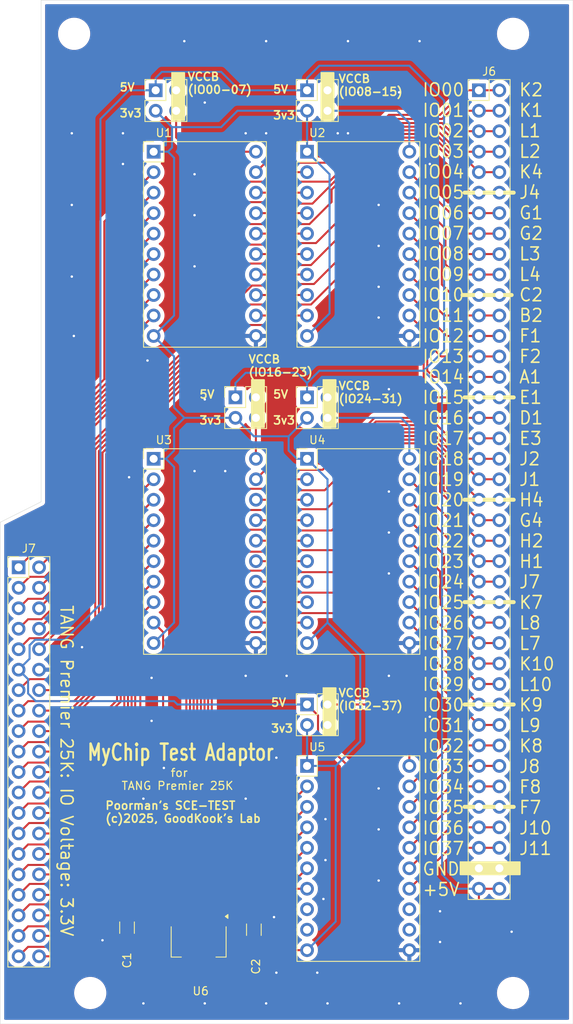
<source format=kicad_pcb>
(kicad_pcb (version 20241229) (generator "pcbnew") (generator_version "9.0")
  (layers (0 "F.Cu" signal) (2 "B.Cu" signal) (13 "F.Paste" user) (15 "B.Paste" user) (5 "F.SilkS" user "F.Silkscreen") (7 "B.SilkS" user "B.Silkscreen") (1 "F.Mask" user) (3 "B.Mask" user) (25 "Edge.Cuts" user))
  (net 0 "")
  (net 1 "Net-(J5-Pin_2)")
  (net 2 "/IO23")
  (net 3 "+5V")
  (net 4 "/IO17")
  (net 5 "/IO21")
  (net 6 "/IO15")
  (net 7 "/IO20")
  (net 8 "/IO18")
  (net 9 "/IO19")
  (net 10 "/IO14")
  (net 11 "/IO22")
  (net 12 "GND")
  (net 13 "/IO25")
  (net 14 "/IO24")
  (net 15 "3V3")
  (net 16 "Net-(J1-Pin_2)")
  (net 17 "Net-(J2-Pin_2)")
  (net 18 "Net-(J3-Pin_2)")
  (net 19 "Net-(J4-Pin_2)")
  (net 20 "/IO26")
  (net 21 "/IO33")
  (net 22 "/IO32")
  (net 23 "/IO27")
  (net 24 "/IO0")
  (net 25 "/IO12")
  (net 26 "/IO38")
  (net 27 "/IO2")
  (net 28 "/IO3")
  (net 29 "/IO5")
  (net 30 "/IO13")
  (net 31 "/IO35")
  (net 32 "/IO1")
  (net 33 "/IO6")
  (net 34 "/IO30")
  (net 35 "/IO36")
  (net 36 "/IO11")
  (net 37 "/IO10")
  (net 38 "/IO29")
  (net 39 "/IO31")
  (net 40 "/IO4")
  (net 41 "/IO9")
  (net 42 "/IO16")
  (net 43 "/IO28")
  (net 44 "/IO8")
  (net 45 "/IO39")
  (net 46 "/IO37")
  (net 47 "/IO34")
  (net 48 "/IO7")
  (net 49 "/G1")
  (net 50 "/L8")
  (net 51 "/C2")
  (net 52 "/H2")
  (net 53 "/L4")
  (net 54 "/H4")
  (net 55 "/J1")
  (net 56 "/A1")
  (net 57 "/L10")
  (net 58 "/E3")
  (net 59 "/K4")
  (net 60 "/F1")
  (net 61 "/J11")
  (net 62 "/F6")
  (net 63 "/J7")
  (net 64 "/J2")
  (net 65 "/E1")
  (net 66 "/G2")
  (net 67 "/L2")
  (net 68 "/J8")
  (net 69 "/J10")
  (net 70 "/B2")
  (net 71 "/K8")
  (net 72 "/K2")
  (net 73 "/K9")
  (net 74 "/K10")
  (net 75 "/K1")
  (net 76 "/J4")
  (net 77 "/L7")
  (net 78 "/H1")
  (net 79 "/D1")
  (net 80 "/F2")
  (net 81 "/G4")
  (net 82 "/L9")
  (net 83 "/L1")
  (net 84 "/F7")
  (net 85 "/L3")
  (net 86 "/K7")
  (footprint "Connector_PinHeader_2.54mm:PinHeader_2x02_P2.54mm_Vertical" (layer "F.Cu") (at 103.124 48.006)
    (property "Reference" "J1" (hide yes))
    (property "Value" "Conn_02x02_Odd_Even" (hide yes))
  )
  (footprint "Connector_PinHeader_2.54mm:PinHeader_2x40_P2.54mm_Vertical" (layer "F.Cu") (at 143.256 48.006)
    (property "Reference" "J6")
    (property "Value" "Conn_02x40_Odd_Even" (hide yes))
  )
  (footprint "Library:Level_Shifter_Module_HW-221" (layer "F.Cu") (at 121.92 55.626)
    (property "Reference" "U2")
    (property "Value" "Level_Shifter_Module_HW-221" (hide yes))
  )
  (footprint "Library:Level_Shifter_Module_HW-221" (layer "F.Cu") (at 121.92 93.726)
    (property "Reference" "U4")
    (property "Value" "Level_Shifter_Module_HW-221" (hide yes))
  )
  (footprint "Library:Level_Shifter_Module_HW-221" (layer "F.Cu") (at 121.92 131.826)
    (property "Reference" "U5")
    (property "Value" "Level_Shifter_Module_HW-221" (hide yes))
  )
  (footprint "Connector_PinHeader_2.54mm:PinHeader_2x20_P2.54mm_Vertical" (layer "F.Cu") (at 86.106 107.188)
    (property "Reference" "J7")
    (property "Value" "Conn_02x20_Odd_Even" (hide yes))
  )
  (footprint "Library:Level_Shifter_Module_HW-221" (layer "F.Cu") (at 102.87 93.726)
    (property "Reference" "U3")
    (property "Value" "Level_Shifter_Module_HW-221" (hide yes))
  )
  (footprint "MountingHole:MountingHole_3.5mm" (layer "F.Cu") (at 95 160)
    (property "Reference" "H3" (hide yes))
    (property "Value" "MountingHole" (hide yes))
  )
  (footprint "MountingHole:MountingHole_3.5mm" (layer "F.Cu") (at 93 41)
    (property "Reference" "H2" (hide yes))
    (property "Value" "MountingHole" (hide yes))
  )
  (footprint "Connector_PinHeader_2.54mm:PinHeader_2x02_P2.54mm_Vertical" (layer "F.Cu") (at 121.92 86.106)
    (property "Reference" "J4" (hide yes))
    (property "Value" "Conn_02x02_Odd_Even" (hide yes))
  )
  (footprint "MountingHole:MountingHole_3.5mm" (layer "F.Cu") (at 147.5 160)
    (property "Reference" "H4" (hide yes))
    (property "Value" "MountingHole" (hide yes))
  )
  (footprint "Package_TO_SOT_SMD:SOT-223-3_TabPin2" (layer "F.Cu") (at 108.458 153.6315 -90)
    (property "Reference" "U6")
    (property "Value" "LM1117MP-3.3" (hide yes))
  )
  (footprint "Library:Level_Shifter_Module_HW-221" (layer "F.Cu") (at 102.87 55.626)
    (property "Reference" "U1")
    (property "Value" "Level_Shifter_Module_HW-221" (hide yes))
  )
  (footprint "Connector_PinHeader_2.54mm:PinHeader_2x02_P2.54mm_Vertical" (layer "F.Cu") (at 121.92 124.206)
    (property "Reference" "J5" (hide yes))
    (property "Value" "Conn_02x02_Odd_Even" (hide yes))
  )
  (footprint "Connector_PinHeader_2.54mm:PinHeader_2x02_P2.54mm_Vertical" (layer "F.Cu") (at 113.025 86.101)
    (property "Reference" "J3" (hide yes))
    (property "Value" "Conn_02x02_Odd_Even" (hide yes))
  )
  (footprint "Connector_PinHeader_2.54mm:PinHeader_2x02_P2.54mm_Vertical" (layer "F.Cu") (at 121.92 48.006)
    (property "Reference" "J2" (hide yes))
    (property "Value" "Conn_02x02_Odd_Even" (hide yes))
  )
  (footprint "MountingHole:MountingHole_3.5mm" (layer "F.Cu") (at 147.5 41)
    (property "Reference" "H1" (hide yes))
    (property "Value" "MountingHole" (hide yes))
  )
  (footprint "Capacitor_SMD:C_1206_3216Metric_Pad1.33x1.80mm_HandSolder" (layer "F.Cu") (at 115.316 152.146 90)
    (property "Reference" "C2")
    (property "Value" "C_Polarized" (hide yes))
  )
  (footprint "Capacitor_SMD:C_1206_3216Metric_Pad1.33x1.80mm_HandSolder" (layer "F.Cu") (at 99.568 151.892 -90)
    (property "Reference" "C1")
    (property "Value" "C_Polarized" (hide yes))
  )
  (gr_line (start 141.478 60.706) (end 147.574 60.706) (stroke (width 0.5)) (layer "F.SilkS"))
  (gr_line (start 141.478 111.506) (end 147.574 111.506) (stroke (width 0.5)) (layer "F.SilkS"))
  (gr_rect (start 105.156 45.847) (end 106.68 51.689) (stroke (width 0.2)) (fill yes) (layer "F.SilkS"))
  (gr_line (start 141.478 98.806) (end 147.574 98.806) (stroke (width 0.5)) (layer "F.SilkS"))
  (gr_line (start 141.224 73.406) (end 147.32 73.406) (stroke (width 0.5)) (layer "F.SilkS"))
  (gr_rect (start 140.97 143.764) (end 148.336 145.288) (stroke (width 0.2)) (fill yes) (layer "F.SilkS"))
  (gr_rect (start 115.062 83.947) (end 116.586 89.789) (stroke (width 0.2)) (fill yes) (layer "F.SilkS"))
  (gr_rect (start 123.698 45.847) (end 125.222 51.689) (stroke (width 0.2)) (fill yes) (layer "F.SilkS"))
  (gr_rect (start 123.952 122.174) (end 125.476 128.016) (stroke (width 0.2)) (fill yes) (layer "F.SilkS"))
  (gr_line (start 141.478 124.206) (end 147.574 124.206) (stroke (width 0.5)) (layer "F.SilkS"))
  (gr_line (start 141.478 86.106) (end 147.574 86.106) (stroke (width 0.5)) (layer "F.SilkS"))
  (gr_line (start 141.478 136.906) (end 147.574 136.906) (stroke (width 0.5)) (layer "F.SilkS"))
  (gr_rect (start 123.952 83.947) (end 125.476 89.789) (stroke (width 0.2)) (fill yes) (layer "F.SilkS"))
  (gr_line (start 88.9 99.06) (end 88.9 36.83) (stroke (width 0.05)) (layer "Edge.Cuts"))
  (gr_line (start 154.94 163.83) (end 83.82 163.83) (stroke (width 0.05)) (layer "Edge.Cuts"))
  (gr_line (start 83.82 163.83) (end 83.82 101.6) (stroke (width 0.05)) (layer "Edge.Cuts"))
  (gr_line (start 154.94 36.83) (end 154.94 163.83) (stroke (width 0.05)) (layer "Edge.Cuts"))
  (gr_line (start 88.9 36.83) (end 154.94 36.83) (stroke (width 0.05)) (layer "Edge.Cuts"))
  (gr_line (start 83.82 101.6) (end 88.9 99.06) (stroke (width 0.05)) (layer "Edge.Cuts"))
  (gr_text "5V\n\n3v3" (at 117.602 89.535 0) (layer "F.SilkS") (effects (font (size 1 1) (thickness 0.2)) (justify left bottom)))
  (gr_text "VCCB\n(IO24-31)" (at 125.73 86.868 0) (layer "F.SilkS") (effects (font (size 1 1) (thickness 0.2)) (justify left bottom)))
  (gr_text "5V\n\n3v3" (at 98.552 51.435 0) (layer "F.SilkS") (effects (font (size 1 1) (thickness 0.2)) (justify left bottom)))
  (gr_text "IO00      K2\nIO01      K1\nIO02      L1\nIO03      L2\nIO04      K4\nIO05      J4\nIO06      G1\nIO07      G2\nIO08      L3\nIO09      L4\nIO10      C2\nIO11      B2\nIO12      F1\nIO13      F2\nIO14      A1\nIO15      E1\nIO16      D1\nIO17      E3\nIO18      J2\nIO19      J1\nIO20      H4\nIO21      G4\nIO22      H2\nIO23      H1\nIO24      J7\nIO25      K7\nIO26      L8\nIO27      L7\nIO28      K10\nIO29      L10\nIO30      K9\nIO31      L9\nIO32      K8\nIO33      J8\nIO34      F8\nIO35      F7\nIO36      J10\nIO37      J11\nGND\n+5V" (at 136.144 148.082 0) (layer "F.SilkS") (effects (font (size 1.58 1.5) (thickness 0.2)) (justify left bottom)))
  (gr_text "5V\n\n3v3" (at 117.348 127.762 0) (layer "F.SilkS") (effects (font (size 1 1) (thickness 0.2)) (justify left bottom)))
  (gr_text "5V\n\n3v3" (at 117.602 51.689 0) (layer "F.SilkS") (effects (font (size 1 1) (thickness 0.2)) (justify left bottom)))
  (gr_text "TANG Premier 25K: IO Voltage: 3.3V" (at 91.186 111.76 270) (layer "F.SilkS") (effects (font (size 1.5 1.5) (thickness 0.2)) (justify left bottom)))
  (gr_text "Poorman's SCE-TEST\n(c)2025, GoodKook's Lab" (at 96.774 138.938 0) (layer "F.SilkS") (effects (font (size 1 1) (thickness 0.2)) (justify left bottom)))
  (gr_text "VCCB\n(IO16-23)" (at 114.554 83.566 0) (layer "F.SilkS") (effects (font (size 1 1) (thickness 0.2)) (justify left bottom)))
  (gr_text "5V\n\n3v3" (at 108.458 89.535 0) (layer "F.SilkS") (effects (font (size 1 1) (thickness 0.2)) (justify left bottom)))
  (gr_text "VCCB\n(IO08-15)" (at 125.73 48.768 0) (layer "F.SilkS") (effects (font (size 1 1) (thickness 0.2)) (justify left bottom)))
  (gr_text "VCCB\n(IO32-37)" (at 125.73 124.968 0) (layer "F.SilkS") (effects (font (size 1 1) (thickness 0.2)) (justify left bottom)))
  (gr_text "MyChip Test Adaptor" (at 94.488 131.318 0) (layer "F.SilkS") (effects (font (size 2 1.5) (thickness 0.3) (bold yes)) (justify left bottom)))
  (gr_text "        for\nTANG Premier 25K" (at 98.806 134.874 0) (layer "F.SilkS") (effects (font (size 1 1)) (justify left bottom)))
  (gr_text "VCCB\n(IO00-07)" (at 106.994 48.514 0) (layer "F.SilkS") (effects (font (size 1 1) (thickness 0.2)) (justify left bottom)))
  (segment (start 133.35 124.206) (end 134.62 125.476) (width 0.254) (layer "F.Cu") (net 1))
  (segment (start 134.62 125.476) (end 134.62 131.826) (width 0.254) (layer "F.Cu") (net 1))
  (segment (start 124.46 124.206) (end 133.35 124.206) (width 0.254) (layer "F.Cu") (net 1))
  (segment (start 124.46 124.206) (end 124.46 126.746) (width 0.254) (layer "F.Cu") (net 1))
  (segment (start 131.59843 91.803) (end 129.286 94.11543) (width 0.25) (layer "F.Cu") (net 2))
  (segment (start 129.286 110.998) (end 127.414 112.87) (width 0.25) (layer "F.Cu") (net 2))
  (segment (start 138.43 93.99124) (end 136.24176 91.803) (width 0.25) (layer "F.Cu") (net 2))
  (segment (start 127.414 112.87) (end 120.048 112.87) (width 0.25) (layer "F.Cu") (net 2))
  (segment (start 138.43 97.79562) (end 138.43 93.99124) (width 0.25) (layer "F.Cu") (net 2))
  (segment (start 140.71319 100.07881) (end 138.43 97.79562) (width 0.25) (layer "F.Cu") (net 2))
  (segment (start 140.71319 103.88319) (end 140.71319 100.07881) (width 0.25) (layer "F.Cu") (net 2))
  (segment (start 120.048 112.87) (end 118.872 114.046) (width 0.25) (layer "F.Cu") (net 2))
  (segment (start 143.256 106.426) (end 145.796 106.426) (width 0.25) (layer "F.Cu") (net 2))
  (segment (start 118.872 114.046) (end 115.57 114.046) (width 0.25) (layer "F.Cu") (net 2))
  (segment (start 143.256 106.426) (end 140.71319 103.88319) (width 0.25) (layer "F.Cu") (net 2))
  (segment (start 129.286 94.11543) (end 129.286 110.998) (width 0.25) (layer "F.Cu") (net 2))
  (segment (start 136.24176 91.803) (end 131.59843 91.803) (width 0.25) (layer "F.Cu") (net 2))
  (segment (start 102.108 151.3455) (end 102.972 150.4815) (width 0.254) (layer "F.Cu") (net 3))
  (segment (start 126.746 157.988) (end 125.222 159.512) (width 0.254) (layer "F.Cu") (net 3))
  (segment (start 121.92 124.206) (end 123.282 125.568) (width 0.254) (layer "F.Cu") (net 3))
  (segment (start 128.143 159.385) (end 137.795 159.385) (width 0.254) (layer "F.Cu") (net 3))
  (segment (start 102.108 157.48) (end 102.108 151.3455) (width 0.254) (layer "F.Cu") (net 3))
  (segment (start 106.006 150.3295) (end 106.158 150.4815) (width 0.254) (layer "F.Cu") (net 3))
  (segment (start 123.282 125.568) (end 123.282 128.108) (width 0.254) (layer "F.Cu") (net 3))
  (segment (start 99.568 150.3295) (end 101.092 150.3295) (width 0.254) (layer "F.Cu") (net 3))
  (segment (start 123.282 128.108) (end 126.746 131.572) (width 0.254) (layer "F.Cu") (net 3))
  (segment (start 102.972 150.4815) (end 106.158 150.4815) (width 0.254) (layer "F.Cu") (net 3))
  (segment (start 143.256 147.066) (end 143.256 153.924) (width 0.254) (layer "F.Cu") (net 3))
  (segment (start 128.143 159.385) (end 126.746 157.988) (width 0.254) (layer "F.Cu") (net 3))
  (segment (start 102.108 151.3455) (end 101.092 150.3295) (width 0.254) (layer "F.Cu") (net 3))
  (segment (start 145.796 147.066) (end 143.256 147.066) (width 0.254) (layer "F.Cu") (net 3))
  (segment (start 137.795 159.385) (end 143.256 153.924) (width 0.254) (layer "F.Cu") (net 3))
  (segment (start 125.222 159.512) (end 104.14 159.512) (width 0.254) (layer "F.Cu") (net 3))
  (segment (start 126.746 131.572) (end 126.746 157.988) (width 0.254) (layer "F.Cu") (net 3))
  (segment (start 104.14 159.512) (end 102.108 157.48) (width 0.254) (layer "F.Cu") (net 3))
  (segment (start 138.938 49.276) (end 138.938 80.264) (width 0.254) (layer "B.Cu") (net 3))
  (segment (start 121.92 124.206) (end 105.826 124.206) (width 0.254) (layer "B.Cu") (net 3))
  (segment (start 86.106 119.888) (end 87.284 121.066) (width 0.254) (layer "B.Cu") (net 3))
  (segment (start 103.124 48.006) (end 99.822 48.006) (width 0.254) (layer "B.Cu") (net 3))
  (segment (start 123.444 82.804) (end 136.398 82.804) (width 0.254) (layer "B.Cu") (net 3))
  (segment (start 121.92 48.006) (end 113.538 48.006) (width 0.254) (layer "B.Cu") (net 3))
  (segment (start 136.398 82.804) (end 138.684 85.09) (width 0.254) (layer "B.Cu") (net 3))
  (segment (start 88.23 123.79) (end 105.41 123.79) (width 0.254) (layer "B.Cu") (net 3))
  (segment (start 87.468 118.526) (end 87.468 116.860056) (width 0.254) (layer "B.Cu") (net 3))
  (segment (start 96.266 51.562) (end 96.266 111.76) (width 0.254) (layer "B.Cu") (net 3))
  (segment (start 87.468 118.526) (end 86.106 119.888) (width 0.254) (layer "B.Cu") (net 3))
  (segment (start 111.252 45.72) (end 103.886 45.72) (width 0.254) (layer "B.Cu") (net 3))
  (segment (start 138.684 85.09) (end 138.684 145.288) (width 0.254) (layer "B.Cu") (net 3))
  (segment (start 87.284 122.844) (end 88.23 123.79) (width 0.254) (layer "B.Cu") (net 3))
  (segment (start 114.3 83.058) (end 120.65 83.058) (width 0.254) (layer "B.Cu") (net 3))
  (segment (start 121.92 84.328) (end 121.92 86.106) (width 0.254) (layer "B.Cu") (net 3))
  (segment (start 121.92 48.006) (end 121.92 46.482) (width 0.254) (layer "B.Cu") (net 3))
  (segment (start 134.62 44.958) (end 138.938 49.276) (width 0.254) (layer "B.Cu") (net 3))
  (segment (start 121.92 46.482) (end 123.444 44.958) (width 0.254) (layer "B.Cu") (net 3))
  (segment (start 88.158056 116.17) (end 91.856 116.17) (width 0.254) (layer "B.Cu") (net 3))
  (segment (start 103.886 45.72) (end 103.124 46.482) (width 0.254) (layer "B.Cu") (net 3))
  (segment (start 105.826 124.206) (end 105.41 123.79) (width 0.254) (layer "B.Cu") (net 3))
  (segment (start 120.65 83.058) (end 121.92 84.328) (width 0.254) (layer "B.Cu") (net 3))
  (segment (start 140.462 147.066) (end 143.256 147.066) (width 0.254) (layer "B.Cu") (net 3))
  (segment (start 99.822 48.006) (end 96.266 51.562) (width 0.254) (layer "B.Cu") (net 3))
  (segment (start 87.468 116.860056) (end 88.158056 116.17) (width 0.254) (layer "B.Cu") (net 3))
  (segment (start 113.025 84.333) (end 114.3 83.058) (width 0.254) (layer "B.Cu") (net 3))
  (segment (start 123.444 44.958) (end 134.62 44.958) (width 0.254) (layer "B.Cu") (net 3))
  (segment (start 87.284 121.066) (end 87.284 122.844) (width 0.254) (layer "B.Cu") (net 3))
  (segment (start 121.92 84.328) (end 123.444 82.804) (width 0.254) (layer "B.Cu") (net 3))
  (segment (start 91.856 116.17) (end 96.266 111.76) (width 0.254) (layer "B.Cu") (net 3))
  (segment (start 113.025 86.101) (end 113.025 84.333) (width 0.254) (layer "B.Cu") (net 3))
  (segment (start 103.124 46.482) (end 103.124 48.006) (width 0.254) (layer "B.Cu") (net 3))
  (segment (start 138.684 145.288) (end 140.462 147.066) (width 0.254) (layer "B.Cu") (net 3))
  (segment (start 138.938 80.264) (end 136.398 82.804) (width 0.254) (layer "B.Cu") (net 3))
  (segment (start 113.538 48.006) (end 111.252 45.72) (width 0.254) (layer "B.Cu") (net 3))
  (segment (start 126.492 93.08257) (end 126.55919 93.01538) (width 0.25) (layer "F.Cu") (net 4))
  (segment (start 130.85119 89.097) (end 136.989 89.097) (width 0.25) (layer "F.Cu") (net 4))
  (segment (start 139.7 91.186) (end 143.256 91.186) (width 0.25) (layer "F.Cu") (net 4))
  (segment (start 136.989 89.097) (end 137.36262 89.097) (width 0.25) (layer "F.Cu") (net 4))
  (segment (start 130.21338 89.36119) (end 130.47757 89.097) (width 0.25) (layer "F.Cu") (net 4))
  (segment (start 126.295 93.65319) (end 126.295 93.27957) (width 0.25) (layer "F.Cu") (net 4))
  (segment (start 126.295 95.447) (end 126.295 93.65319) (width 0.25) (layer "F.Cu") (net 4))
  (segment (start 124.112 97.63) (end 126.295 95.447) (width 0.25) (layer "F.Cu") (net 4))
  (segment (start 126.295 93.27957) (end 126.492 93.08257) (width 0.25) (layer "F.Cu") (net 4))
  (segment (start 118.778 97.63) (end 124.112 97.63) (width 0.25) (layer "F.Cu") (net 4))
  (segment (start 130.47757 89.097) (end 130.85119 89.097) (width 0.25) (layer "F.Cu") (net 4))
  (segment (start 126.55919 93.01538) (end 130.21338 89.36119) (width 0.25) (layer "F.Cu") (net 4))
  (segment (start 137.36262 89.097) (end 137.611 89.097) (width 0.25) (layer "F.Cu") (net 4))
  (segment (start 143.256 91.186) (end 145.796 91.186) (width 0.25) (layer "F.Cu") (net 4))
  (segment (start 117.602 98.806) (end 118.778 97.63) (width 0.25) (layer "F.Cu") (net 4))
  (segment (start 115.57 98.806) (end 117.602 98.806) (width 0.25) (layer "F.Cu") (net 4))
  (segment (start 137.611 89.097) (end 139.7 91.186) (width 0.25) (layer "F.Cu") (net 4))
  (segment (start 139.135 93.42062) (end 139.06781 93.35343) (width 0.25) (layer "F.Cu") (net 5))
  (segment (start 118.618 108.966) (end 115.57 108.966) (width 0.25) (layer "F.Cu") (net 5))
  (segment (start 141.351 99.441) (end 141.08681 99.17681) (width 0.25) (layer "F.Cu") (net 5))
  (segment (start 141.35381 99.44381) (end 141.351 99.441) (width 0.25) (layer "F.Cu") (net 5))
  (segment (start 130.69643 91.42938) (end 128.91238 93.21343) (width 0.25) (layer "F.Cu") (net 5))
  (segment (start 137.14376 91.42938) (end 136.87957 91.16519) (width 0.25) (layer "F.Cu") (net 5))
  (segment (start 128.91238 93.21343) (end 128.64819 93.47762) (width 0.25) (layer "F.Cu") (net 5))
  (segment (start 139.06781 93.35343) (end 138.87081 93.15643) (width 0.25) (layer "F.Cu") (net 5))
  (segment (start 139.332 94.36486) (end 139.332 93.99124) (width 0.25) (layer "F.Cu") (net 5))
  (segment (start 143.256 101.346) (end 145.796 101.346) (width 0.25) (layer "F.Cu") (net 5))
  (segment (start 131.97205 90.901) (end 131.59843 90.901) (width 0.25) (layer "F.Cu") (net 5))
  (segment (start 138.87081 93.15643) (end 138.80362 93.08924) (width 0.25) (layer "F.Cu") (net 5))
  (segment (start 131.59843 90.901) (end 131.22481 90.901) (width 0.25) (layer "F.Cu") (net 5))
  (segment (start 141.08681 99.17681) (end 139.332 97.422) (width 0.25) (layer "F.Cu") (net 5))
  (segment (start 126.398 107.79) (end 119.794 107.79) (width 0.25) (layer "F.Cu") (net 5))
  (segment (start 131.22481 90.901) (end 130.96062 91.16519) (width 0.25) (layer "F.Cu") (net 5))
  (segment (start 128.27 105.918) (end 126.398 107.79) (width 0.25) (layer "F.Cu") (net 5))
  (segment (start 141.61519 99.70519) (end 141.35381 99.44381) (width 0.25) (layer "F.Cu") (net 5))
  (segment (start 128.384 93.74181) (end 128.327 93.79881) (width 0.25) (layer "F.Cu") (net 5))
  (segment (start 139.332 93.61762) (end 139.192 93.47762) (width 0.25) (layer "F.Cu") (net 5))
  (segment (start 130.96062 91.16519) (end 130.69643 91.42938) (width 0.25) (layer "F.Cu") (net 5))
  (segment (start 139.332 93.99124) (end 139.332 93.61762) (width 0.25) (layer "F.Cu") (net 5))
  (segment (start 136.24176 90.901) (end 135.86814 90.901) (width 0.25) (layer "F.Cu") (net 5))
  (segment (start 128.327 93.79881) (end 128.27 93.85581) (width 0.25) (layer "F.Cu") (net 5))
  (segment (start 136.61538 90.901) (end 136.24176 90.901) (width 0.25) (layer "F.Cu") (net 5))
  (segment (start 135.86814 90.901) (end 131.97205 90.901) (width 0.25) (layer "F.Cu") (net 5))
  (segment (start 143.256 101.346) (end 141.618 99.708) (width 0.25) (layer "F.Cu") (net 5))
  (segment (start 128.59119 93.53462) (end 128.384 93.74181) (width 0.25) (layer "F.Cu") (net 5))
  (segment (start 136.87957 91.16519) (end 136.61538 90.901) (width 0.25) (layer "F.Cu") (net 5))
  (segment (start 128.64819 93.47762) (end 128.59119 93.53462) (width 0.25) (layer "F.Cu") (net 5))
  (segment (start 128.27 93.85581) (end 128.27 105.918) (width 0.25) (layer "F.Cu") (net 5))
  (segment (start 138.80362 93.08924) (end 137.14376 91.42938) (width 0.25) (layer "F.Cu") (net 5))
  (segment (start 139.332 97.422) (end 139.332 94.36486) (width 0.25) (layer "F.Cu") (net 5))
  (segment (start 139.192 93.47762) (end 139.135 93.42062) (width 0.25) (layer "F.Cu") (net 5))
  (segment (start 119.794 107.79) (end 118.618 108.966) (width 0.25) (layer "F.Cu") (net 5))
  (segment (start 141.618 99.708) (end 141.61519 99.70519) (width 0.25) (layer "F.Cu") (net 5))
  (segment (start 137.668 86.106) (end 136.398 84.836) (width 0.25) (layer "F.Cu") (net 6))
  (segment (start 143.256 86.106) (end 145.796 86.106) (width 0.25) (layer "F.Cu") (net 6))
  (segment (start 136.398 77.724) (end 134.62 75.946) (width 0.25) (layer "F.Cu") (net 6))
  (segment (start 143.256 86.106) (end 137.668 86.106) (width 0.25) (layer "F.Cu") (net 6))
  (segment (start 136.398 84.836) (end 136.398 77.724) (width 0.25) (layer "F.Cu") (net 6))
  (segment (start 136.05495 90.45) (end 135.68133 90.45) (width 0.25) (layer "F.Cu") (net 7))
  (segment (start 131.038 90.45) (end 130.77381 90.71419) (width 0.25) (layer "F.Cu") (net 7))
  (segment (start 127.933 93.555) (end 127.876 93.612) (width 0.25) (layer "F.Cu") (net 7))
  (segment (start 139.586 93.23381) (end 139.51881 93.16662) (width 0.25) (layer "F.Cu") (net 7))
  (segment (start 131.78524 90.45) (end 131.41162 90.45) (width 0.25) (layer "F.Cu") (net 7))
  (segment (start 139.05762 92.70543) (end 138.99043 92.63824) (width 0.25) (layer "F.Cu") (net 7))
  (segment (start 139.783 94.17805) (end 139.783 93.80443) (width 0.25) (layer "F.Cu") (net 7))
  (segment (start 143.256 98.806) (end 139.783 95.333) (width 0.25) (layer "F.Cu") (net 7))
  (segment (start 130.24543 91.24257) (end 128.72557 92.76243) (width 0.25) (layer "F.Cu") (net 7))
  (segment (start 137.06638 90.71419) (end 136.80219 90.45) (width 0.25) (layer "F.Cu") (net 7))
  (segment (start 137.33057 90.97838) (end 137.06638 90.71419) (width 0.25) (layer "F.Cu") (net 7))
  (segment (start 139.783 93.43081) (end 139.7 93.34781) (width 0.25) (layer "F.Cu") (net 7))
  (segment (start 139.25462 92.90243) (end 139.05762 92.70543) (width 0.25) (layer "F.Cu") (net 7))
  (segment (start 128.19719 93.29081) (end 128.14019 93.34781) (width 0.25) (layer "F.Cu") (net 7))
  (segment (start 132.15886 90.45) (end 131.78524 90.45) (width 0.25) (layer "F.Cu") (net 7))
  (segment (start 139.37881 93.02662) (end 139.32181 92.96962) (width 0.25) (layer "F.Cu") (net 7))
  (segment (start 136.80219 90.45) (end 136.42857 90.45) (width 0.25) (layer "F.Cu") (net 7))
  (segment (start 118.618 106.426) (end 115.57 106.426) (width 0.25) (layer "F.Cu") (net 7))
  (segment (start 126.078 105.062) (end 119.982 105.062) (width 0.25) (layer "F.Cu") (net 7))
  (segment (start 139.32181 92.96962) (end 139.25462 92.90243) (width 0.25) (layer "F.Cu") (net 7))
  (segment (start 139.51881 93.16662) (end 139.37881 93.02662) (width 0.25) (layer "F.Cu") (net 7))
  (segment (start 128.14019 93.34781) (end 128.08319 93.40481) (width 0.25) (layer "F.Cu") (net 7))
  (segment (start 137.59476 91.24257) (end 137.33057 90.97838) (width 0.25) (layer "F.Cu") (net 7))
  (segment (start 130.50962 90.97838) (end 130.24543 91.24257) (width 0.25) (layer "F.Cu") (net 7))
  (segment (start 127.762 103.378) (end 126.078 105.062) (width 0.25) (layer "F.Cu") (net 7))
  (segment (start 138.99043 92.63824) (end 137.59476 91.24257) (width 0.25) (layer "F.Cu") (net 7))
  (segment (start 139.783 94.55167) (end 139.783 94.17805) (width 0.25) (layer "F.Cu") (net 7))
  (segment (start 127.762 93.726) (end 127.762 103.378) (width 0.25) (layer "F.Cu") (net 7))
  (segment (start 128.46138 93.02662) (end 128.40438 93.08362) (width 0.25) (layer "F.Cu") (net 7))
  (segment (start 131.41162 90.45) (end 131.038 90.45) (width 0.25) (layer "F.Cu") (net 7))
  (segment (start 128.72557 92.76243) (end 128.46138 93.02662) (width 0.25) (layer "F.Cu") (net 7))
  (segment (start 128.08319 93.40481) (end 127.933 93.555) (width 0.25) (layer "F.Cu") (net 7))
  (segment (start 136.42857 90.45) (end 136.05495 90.45) (width 0.25) (layer "F.Cu") (net 7))
  (segment (start 119.982 105.062) (end 118.618 106.426) (width 0.25) (layer "F.Cu") (net 7))
  (segment (start 143.256 98.806) (end 145.796 98.806) (width 0.25) (layer "F.Cu") (net 7))
  (segment (start 127.876 93.612) (end 127.819 93.669) (width 0.25) (layer "F.Cu") (net 7))
  (segment (start 139.643 93.29081) (end 139.586 93.23381) (width 0.25) (layer "F.Cu") (net 7))
  (segment (start 130.77381 90.71419) (end 130.50962 90.97838) (width 0.25) (layer "F.Cu") (net 7))
  (segment (start 128.40438 93.08362) (end 128.19719 93.29081) (width 0.25) (layer "F.Cu") (net 7))
  (segment (start 139.783 95.333) (end 139.783 94.55167) (width 0.25) (layer "F.Cu") (net 7))
  (segment (start 135.68133 90.45) (end 132.15886 90.45) (width 0.25) (layer "F.Cu") (net 7))
  (segment (start 139.783 93.80443) (end 139.783 93.43081) (width 0.25) (layer "F.Cu") (net 7))
  (segment (start 139.7 93.34781) (end 139.643 93.29081) (width 0.25) (layer "F.Cu") (net 7))
  (segment (start 127.819 93.669) (end 127.762 93.726) (width 0.25) (layer "F.Cu") (net 7))
  (segment (start 118.11 101.346) (end 115.57 101.346) (width 0.25) (layer "F.Cu") (net 8))
  (segment (start 130.66438 89.548) (end 126.746 93.46638) (width 0.25) (layer "F.Cu") (net 8))
  (segment (start 137.17581 89.548) (end 130.66438 89.548) (width 0.25) (layer "F.Cu") (net 8))
  (segment (start 126.746 93.46638) (end 126.746 97.536) (width 0.25) (layer "F.Cu") (net 8))
  (segment (start 141.35381 93.726) (end 137.17581 89.548) (width 0.25) (layer "F.Cu") (net 8))
  (segment (start 143.256 93.726) (end 141.35381 93.726) (width 0.25) (layer "F.Cu") (net 8))
  (segment (start 124.3 99.982) (end 119.474 99.982) (width 0.25) (layer "F.Cu") (net 8))
  (segment (start 126.746 97.536) (end 124.3 99.982) (width 0.25) (layer "F.Cu") (net 8))
  (segment (start 119.474 99.982) (end 118.11 101.346) (width 0.25) (layer "F.Cu") (net 8))
  (segment (start 143.256 93.726) (end 145.796 93.726) (width 0.25) (layer "F.Cu") (net 8))
  (segment (start 143.256 96.266) (end 136.989 89.999) (width 0.25) (layer "F.Cu") (net 9))
  (segment (start 119.634 102.616) (end 118.364 103.886) (width 0.25) (layer "F.Cu") (net 9))
  (segment (start 143.256 96.266) (end 145.796 96.266) (width 0.25) (layer "F.Cu") (net 9))
  (segment (start 127.254 93.59619) (end 127.254 100.33) (width 0.25) (layer "F.Cu") (net 9))
  (segment (start 136.989 89.999) (end 130.85119 89.999) (width 0.25) (layer "F.Cu") (net 9))
  (segment (start 127.254 100.33) (end 124.968 102.616) (width 0.25) (layer "F.Cu") (net 9))
  (segment (start 118.364 103.886) (end 115.57 103.886) (width 0.25) (layer "F.Cu") (net 9))
  (segment (start 130.85119 89.999) (end 127.254 93.59619) (width 0.25) (layer "F.Cu") (net 9))
  (segment (start 124.968 102.616) (end 119.634 102.616) (width 0.25) (layer "F.Cu") (net 9))
  (segment (start 136.849 75.635) (end 134.62 73.406) (width 0.25) (layer "F.Cu") (net 10))
  (segment (start 137.611 83.566) (end 136.849 82.804) (width 0.25) (layer "F.Cu") (net 10))
  (segment (start 136.849 82.804) (end 136.849 75.635) (width 0.25) (layer "F.Cu") (net 10))
  (segment (start 143.256 83.566) (end 137.611 83.566) (width 0.25) (layer "F.Cu") (net 10))
  (segment (start 143.256 83.566) (end 145.796 83.566) (width 0.25) (layer "F.Cu") (net 10))
  (segment (start 141.167 101.797) (end 141.167 99.89481) (width 0.25) (layer "F.Cu") (net 11))
  (segment (start 143.256 103.886) (end 141.167 101.797) (width 0.25) (layer "F.Cu") (net 11))
  (segment (start 128.778 93.98562) (end 128.778 108.458) (width 0.25) (layer "F.Cu") (net 11))
  (segment (start 126.906 110.33) (end 119.794 110.33) (width 0.25) (layer "F.Cu") (net 11))
  (segment (start 131.41162 91.352) (end 131.14743 91.61619) (width 0.25) (layer "F.Cu") (net 11))
  (segment (start 141.16419 99.892) (end 140.9 99.62781) (width 0.25) (layer "F.Cu") (net 11))
  (segment (start 128.778 108.458) (end 126.906 110.33) (width 0.25) (layer "F.Cu") (net 11))
  (segment (start 136.05495 91.352) (end 131.78524 91.352) (width 0.25) (layer "F.Cu") (net 11))
  (segment (start 138.881 93.80443) (end 138.684 93.60743) (width 0.25) (layer "F.Cu") (net 11))
  (segment (start 138.881 94.17805) (end 138.881 93.80443) (width 0.25) (layer "F.Cu") (net 11))
  (segment (start 140.9 99.62781) (end 138.881 97.60881) (width 0.25) (layer "F.Cu") (net 11))
  (segment (start 131.78524 91.352) (end 131.41162 91.352) (width 0.25) (layer "F.Cu") (net 11))
  (segment (start 136.69276 91.61619) (end 136.42857 91.352) (width 0.25) (layer "F.Cu") (net 11))
  (segment (start 138.61681 93.54024) (end 136.69276 91.61619) (width 0.25) (layer "F.Cu") (net 11))
  (segment (start 118.618 111.506) (end 115.57 111.506) (width 0.25) (layer "F.Cu") (net 11))
  (segment (start 138.881 97.60881) (end 138.881 94.17805) (width 0.25) (layer "F.Cu") (net 11))
  (segment (start 119.794 110.33) (end 118.618 111.506) (width 0.25) (layer "F.Cu") (net 11))
  (segment (start 131.14743 91.61619) (end 129.09919 93.66443) (width 0.25) (layer "F.Cu") (net 11))
  (segment (start 136.42857 91.352) (end 136.05495 91.352) (width 0.25) (layer "F.Cu") (net 11))
  (segment (start 141.167 99.89481) (end 141.16419 99.892) (width 0.25) (layer "F.Cu") (net 11))
  (segment (start 129.09919 93.66443) (end 128.835 93.92862) (width 0.25) (layer "F.Cu") (net 11))
  (segment (start 138.684 93.60743) (end 138.61681 93.54024) (width 0.25) (layer "F.Cu") (net 11))
  (segment (start 143.256 103.886) (end 145.796 103.886) (width 0.25) (layer "F.Cu") (net 11))
  (segment (start 128.835 93.92862) (end 128.778 93.98562) (width 0.25) (layer "F.Cu") (net 11))
  (segment (start 117.8175 150.5835) (end 117.856 150.622) (width 0.254) (layer "F.Cu") (net 12))
  (segment (start 115.316 150.5835) (end 117.8175 150.5835) (width 0.254) (layer "F.Cu") (net 12))
  (segment (start 99.568 153.4545) (end 96.52 153.4545) (width 0.254) (layer "F.Cu") (net 12))
  (segment (start 143.256 144.526) (end 145.796 144.526) (width 0.2) (layer "F.Cu") (net 12))
  (segment (start 96.52 153.4545) (end 96.3045 153.4545) (width 0.254) (layer "F.Cu") (net 12))
  (via (at 130.81 72.39) (size 0.6) (drill 0.3) (layers "F.Cu" "B.Cu") (net 12))
  (via (at 128.27 48.26) (size 0.6) (drill 0.3) (layers "F.Cu" "B.Cu") (net 12))
  (via (at 107.95 63.5) (size 0.6) (drill 0.3) (layers "F.Cu" "B.Cu") (net 12))
  (via (at 118.11 157.48) (size 0.6) (drill 0.3) (layers "F.Cu" "B.Cu") (net 12))
  (via (at 109.22 161.29) (size 0.6) (drill 0.3) (layers "F.Cu" "B.Cu") (net 12))
  (via (at 124.206 143.51) (size 0.6) (drill 0.3) (layers "F.Cu" "B.Cu") (net 12))
  (via (at 93.98 117.094) (size 0.6) (drill 0.3) (layers "F.Cu" "B.Cu") (net 12))
  (via (at 128.27 85.09) (size 0.6) (drill 0.3) (layers "F.Cu" "B.Cu") (net 12))
  (via (at 130.81 134.62) (size 0.6) (drill 0.3) (layers "F.Cu" "B.Cu") (net 12))
  (via (at 138.43 149.86) (size 0.6) (drill 0.3) (layers "F.Cu" "B.Cu") (net 12))
  (via (at 116.84 41.91) (size 0.6) (drill 0.3) (layers "F.Cu" "B.Cu") (net 12))
  (via (at 104.14 132.08) (size 0.6) (drill 0.3) (layers "F.Cu" "B.Cu") (net 12))
  (via (at 102.616 126.238) (size 0.6) (drill 0.3) (layers "F.Cu" "B.Cu") (net 12))
  (via (at 111.76 95.25) (size 0.6) (drill 0.3) (layers "F.Cu" "B.Cu") (net 12))
  (via (at 127 53.34) (size 0.6) (drill 0.3) (layers "F.Cu" "B.Cu") (net 12))
  (via (at 107.95 95.25) (size 0.6) (drill 0.3) (layers "F.Cu" "B.Cu") (net 12))
  (via (at 96.52 153.4545) (size 0.6) (drill 0.3) (layers "F.Cu" "B.Cu") (net 12))
  (via (at 133.35 48.26) (size 0.6) (drill 0.3) (layers "F.Cu" "B.Cu") (net 12))
  (via (at 130.81 62.23) (size 0.6) (drill 0.3) (layers "F.Cu" "B.Cu") (net 12))
  (via (at 132.08 102.87) (size 0.6) (drill 0.3) (layers "F.Cu" "B.Cu") (net 12))
  (via (at 137.16 57.15) (size 0.6) (drill 0.3) (layers "F.Cu" "B.Cu") (net 12))
  (via (at 92.71 71.12) (size 0.6) (drill 0.3) (layers "F.Cu" "B.Cu") (net 12))
  (via (at 124.206 138.43) (size 0.6) (drill 0.3) (layers "F.Cu" "B.Cu") (net 12))
  (via (at 101.6 135.89) (size 0.6) (drill 0.3) (layers "F.Cu" "B.Cu") (net 12))
  (via (at 92.71 53.34) (size 0.6) (drill 0.3) (layers "F.Cu" "B.Cu") (net 12))
  (via (at 125.73 53.34) (size 0.6) (drill 0.3) (layers "F.Cu" "B.Cu") (net 12))
  (via (at 130.81 146.05) (size 0.6) (drill 0.3) (layers "F.Cu" "B.Cu") (net 12))
  (via (at 138.43 153.67) (size 0.6) (drill 0.3) (layers "F.Cu" "B.Cu") (net 12))
  (via (at 107.95 69.85) (size 0.6) (drill 0.3) (layers "F.Cu" "B.Cu") (net 12))
  (via (at 92.964 78.486) (size 0.6) (drill 0.3) (layers "F.Cu" "B.Cu") (net 12))
  (via (at 130.81 67.31) (size 0.6) (drill 0.3) (layers "F.Cu" "B.Cu") (net 12))
  (via (at 140.97 161.29) (size 0.6) (drill 0.3) (layers "F.Cu" "B.Cu") (net 12))
  (via (at 132.08 107.95) (size 0.6) (drill 0.3) (layers "F.Cu" "B.Cu") (net 12))
  (via (at 132.08 85.09) (size 0.6) (drill 0.3) (layers "F.Cu" "B.Cu") (net 12))
  (via (at 109.22 49.53) (size 0.6) (drill 0.3) (layers "F.Cu" "B.Cu") (net 12))
  (via (at 135.89 41.91) (size 0.6) (drill 0.3) (layers "F.Cu" "B.Cu") (net 12))
  (via (at 137.16 125.73) (size 0.6) (drill 0.3) (layers "F.Cu" "B.Cu") (net 12))
  (via (at 107.95 58.42) (size 0.6) (drill 0.3) (layers "F.Cu" "B.Cu") (net 12))
  (via (at 124.46 161.29) (size 0.6) (drill 0.3) (layers "F.Cu" "B.Cu") (net 12))
  (via (at 106.68 41.91) (size 0.6) (drill 0.3) (layers "F.Cu" "B.Cu") (net 12))
  (via (at 132.08 97.79) (size 0.6) (drill 0.3) (layers "F.Cu" "B.Cu") (net 12))
  (via (at 132.08 120.65) (size 0.6) (drill 0.3) (layers "F.Cu" "B.Cu") (net 12))
  (via (at 117.8175 150.5835) (size 0.6) (drill 0.3) (layers "F.Cu" "B.Cu") (net 12))
  (via (at 133.35 161.29) (size 0.6) (drill 0.3) (layers "F.Cu" "B.Cu") (net 12))
  (via (at 92.71 62.23) (size 0.6) (drill 0.3) (layers "F.Cu" "B.Cu") (net 12))
  (via (at 99.822 96.012) (size 0.6) (drill 0.3) (layers "F.Cu" "B.Cu") (net 12))
  (via (at 119.38 120.65) (size 0.6) (drill 0.3) (layers "F.Cu" "B.Cu") (net 12))
  (via (at 116.84 161.29) (size 0.6) (drill 0.3) (layers "F.Cu" "B.Cu") (net 12))
  (via (at 99.06 57.15) (size 0.6) (drill 0.3) (layers "F.Cu" "B.Cu") (net 12))
  (via (at 130.81 139.7) (size 0.6) (drill 0.3) (layers "F.Cu" "B.Cu") (net 12))
  (via (at 147.32 152.4) (size 0.6) (drill 0.3) (layers "F.Cu" "B.Cu") (net 12))
  (via (at 92.202 119.126) (size 0.6) (drill 0.3) (layers "F.Cu" "B.Cu") (net 12))
  (via (at 102.616 120.904) (size 0.6) (drill 0.3) (layers "F.Cu" "B.Cu") (net 12))
  (via (at 101.6 161.29) (size 0.6) (drill 0.3) (layers "F.Cu" "B.Cu") (net 12))
  (via (at 109.22 86.36) (size 0.6) (drill 0.3) (layers "F.Cu" "B.Cu") (net 12))
  (via (at 118.11 130.81) (size 0.6) (drill 0.3) (layers "F.Cu" "B.Cu") (net 12))
  (via (at 114.3 120.65) (size 0.6) (drill 0.3) (layers "F.Cu" "B.Cu") (net 12))
  (via (at 114.3 53.34) (size 0.6) (drill 0.3) (layers "F.Cu" "B.Cu") (net 12))
  (via (at 130.81 76.2) (size 0.6) (drill 0.3) (layers "F.Cu" "B.Cu") (net 12))
  (via (at 116.84 53.34) (size 0.6) (drill 0.3) (layers "F.Cu" "B.Cu") (net 12))
  (via (at 127 41.91) (size 0.6) (drill 0.3) (layers "F.Cu" "B.Cu") (net 12))
  (via (at 114.3 135.89) (size 0.6) (drill 0.3) (layers "F.Cu" "B.Cu") (net 12))
  (via (at 114.3 130.81) (size 0.6) (drill 0.3) (layers "F.Cu" "B.Cu") (net 12))
  (via (at 123.952 148.336) (size 0.6) (drill 0.3) (layers "F.Cu" "B.Cu") (net 12))
  (via (at 99.06 53.34) (size 0.6) (drill 0.3) (layers "F.Cu" "B.Cu") (net 12))
  (via (at 123.19 157.48) (size 0.6) (drill 0.3) (layers "F.Cu" "B.Cu") (net 12))
  (via (at 102.108 81.534) (size 0.6) (drill 0.3) (layers "F.Cu" "B.Cu") (net 12))
  (segment (start 139.446 103.632) (end 139.446 107.696) (width 0.25) (layer "F.Cu") (net 13))
  (segment (start 139.446 107.696) (end 143.256 111.506) (width 0.25) (layer "F.Cu") (net 13))
  (segment (start 143.256 111.506) (end 145.796 111.506) (width 0.25) (layer "F.Cu") (net 13))
  (segment (start 134.62 98.806) (end 139.446 103.632) (width 0.25) (layer "F.Cu") (net 13))
  (segment (start 134.62 96.266) (end 139.954 101.6) (width 0.25) (layer "F.Cu") (net 14))
  (segment (start 143.256 108.966) (end 145.796 108.966) (width 0.25) (layer "F.Cu") (net 14))
  (segment (start 139.954 105.664) (end 143.256 108.966) (width 0.25) (layer "F.Cu") (net 14))
  (segment (start 139.954 101.6) (end 139.954 105.664) (width 0.25) (layer "F.Cu") (net 14))
  (segment (start 103.124 55.372) (end 102.87 55.626) (width 0.254) (layer "F.Cu") (net 15))
  (segment (start 119.38 154.686) (end 121.92 154.686) (width 0.254) (layer "F.Cu") (net 15))
  (segment (start 115.316 153.7085) (end 115.316 155.194) (width 0.254) (layer "F.Cu") (net 15))
  (segment (start 118.4025 153.7085) (end 119.38 154.686) (width 0.254) (layer "F.Cu") (net 15))
  (segment (start 108.458 150.4815) (end 108.458 156.7815) (width 0.254) (layer "F.Cu") (net 15))
  (segment (start 115.316 155.194) (end 113.7285 156.7815) (width 0.254) (layer "F.Cu") (net 15))
  (segment (start 113.7285 156.7815) (end 108.458 156.7815) (width 0.254) (layer "F.Cu") (net 15))
  (segment (start 115.316 153.7085) (end 118.4025 153.7085) (width 0.254) (layer "F.Cu") (net 15))
  (segment (start 104.648 55.626) (end 105.41 56.388) (width 0.254) (layer "B.Cu") (net 15))
  (segment (start 104.394 93.726) (end 102.87 93.726) (width 0.254) (layer "B.Cu") (net 15))
  (segment (start 105.41 56.388) (end 105.41 74.676) (width 0.254) (layer "B.Cu") (net 15))
  (segment (start 102.87 78.486) (end 105.41 81.026) (width 0.254) (layer "B.Cu") (net 15))
  (segment (start 124.714 75.692) (end 121.92 78.486) (width 0.254) (layer "B.Cu") (net 15))
  (segment (start 121.92 88.646) (end 119.634 90.932) (width 0.254) (layer "B.Cu") (net 15))
  (segment (start 128.524 118.11) (end 128.524 128.778) (width 0.254) (layer "B.Cu") (net 15))
  (segment (start 121.92 50.546) (end 113.284 50.546) (width 0.254) (layer "B.Cu") (net 15))
  (segment (start 106.675 88.641) (end 105.41 87.376) (width 0.254) (layer "B.Cu") (net 15))
  (segment (start 128.524 128.778) (end 125.476 131.826) (width 0.254) (layer "B.Cu") (net 15))
  (segment (start 124.46 114.046) (end 128.524 118.11) (width 0.254) (layer "B.Cu") (net 15))
  (segment (start 105.41 92.71) (end 104.394 93.726) (width 0.254) (layer "B.Cu") (net 15))
  (segment (start 106.68 88.646) (end 105.41 89.916) (width 0.254) (layer "B.Cu") (net 15))
  (segment (start 120.65 93.726) (end 121.92 93.726) (width 0.254) (layer "B.Cu") (net 15))
  (segment (start 124.714 58.42) (end 124.714 75.692) (width 0.254) (layer "B.Cu") (net 15))
  (segment (start 119.634 90.932) (end 115.316 90.932) (width 0.254) (layer "B.Cu") (net 15))
  (segment (start 124.46 96.266) (end 121.92 93.726) (width 0.254) (layer "B.Cu") (net 15))
  (segment (start 113.025 88.641) (end 106.68 88.641) (width 0.254) (layer "B.Cu") (net 15))
  (segment (start 125.476 131.826) (end 121.92 131.826) (width 0.254) (layer "B.Cu") (net 15))
  (segment (start 121.92 154.686) (end 125.476 151.13) (width 0.254) (layer "B.Cu") (net 15))
  (segment (start 105.41 89.916) (end 105.41 92.71) (width 0.254) (layer "B.Cu") (net 15))
  (segment (start 119.634 90.932) (end 119.634 92.71) (width 0.254) (layer "B.Cu") (net 15))
  (segment (start 105.41 75.946) (end 105.41 74.676) (width 0.254) (layer "B.Cu") (net 15))
  (segment (start 113.284 50.546) (end 111.252 52.578) (width 0.254) (layer "B.Cu") (net 15))
  (segment (start 121.92 50.546) (end 121.92 55.626) (width 0.254) (layer "B.Cu") (net 15))
  (segment (start 105.156 52.578) (end 105.156 55.118) (width 0.254) (layer "B.Cu") (net 15))
  (segment (start 105.41 94.742) (end 105.41 114.046) (width 0.254) (layer "B.Cu") (net 15))
  (segment (start 121.92 116.586) (end 124.46 114.046) (width 0.254) (layer "B.Cu") (net 15))
  (segment (start 104.648 55.626) (end 102.87 55.626) (width 0.254) (layer "B.Cu") (net 15))
  (segment (start 106.68 88.641) (end 106.675 88.641) (width 0.254) (layer "B.Cu") (net 15))
  (segment (start 121.92 55.626) (end 124.714 58.42) (width 0.254) (layer "B.Cu") (net 15))
  (segment (start 104.394 93.726) (end 105.41 94.742) (width 0.254) (layer "B.Cu") (net 15))
  (segment (start 124.46 114.046) (end 124.46 96.266) (width 0.254) (layer "B.Cu") (net 15))
  (segment (start 119.634 92.71) (end 120.65 93.726) (width 0.254) (layer "B.Cu") (net 15))
  (segment (start 103.124 50.546) (end 105.156 52.578) (width 0.254) (layer "B.Cu") (net 15))
  (segment (start 125.476 151.13) (end 125.476 131.826) (width 0.254) (layer "B.Cu") (net 15))
  (segment (start 105.156 55.118) (end 104.648 55.626) (width 0.254) (layer "B.Cu") (net 15))
  (segment (start 105.41 83.312) (end 105.41 87.376) (width 0.254) (layer "B.Cu") (net 15))
  (segment (start 106.68 88.641) (end 106.68 88.646) (width 0.254) (layer "B.Cu") (net 15))
  (segment (start 115.316 90.932) (end 113.025 88.641) (width 0.254) (layer "B.Cu") (net 15))
  (segment (start 105.41 81.026) (end 105.41 83.312) (width 0.254) (layer "B.Cu") (net 15))
  (segment (start 102.87 78.486) (end 105.41 75.946) (width 0.254) (layer "B.Cu") (net 15))
  (segment (start 121.92 126.746) (end 121.92 131.826) (width 0.254) (layer "B.Cu") (net 15))
  (segment (start 105.41 114.046) (end 102.87 116.586) (width 0.254) (layer "B.Cu") (net 15))
  (segment (start 111.252 52.578) (end 105.156 52.578) (width 0.254) (layer "B.Cu") (net 15))
  (segment (start 105.664 48.006) (end 105.664 50.546) (width 0.254) (layer "F.Cu") (net 16))
  (segment (start 105.664 50.546) (end 105.664 53.848) (width 0.254) (layer "F.Cu") (net 16))
  (segment (start 105.664 53.848) (end 107.442 55.626) (width 0.254) (layer "F.Cu") (net 16))
  (segment (start 107.442 55.626) (end 115.57 55.626) (width 0.254) (layer "F.Cu") (net 16))
  (segment (start 124.46 48.006) (end 124.46 50.546) (width 0.254) (layer "F.Cu") (net 17))
  (segment (start 133.096 50.546) (end 134.62 52.07) (width 0.254) (layer "B.Cu") (net 17))
  (segment (start 134.62 52.07) (end 134.62 55.626) (width 0.254) (layer "B.Cu") (net 17))
  (segment (start 124.46 50.546) (end 133.096 50.546) (width 0.254) (layer "B.Cu") (net 17))
  (segment (start 115.565 88.641) (end 115.565 93.721) (width 0.254) (layer "F.Cu") (net 18))
  (segment (start 115.565 86.101) (end 115.565 88.641) (width 0.254) (layer "F.Cu") (net 18))
  (segment (start 115.565 93.721) (end 115.57 93.726) (width 0.254) (layer "F.Cu") (net 18))
  (segment (start 134.62 93.726) (end 134.62 89.662) (width 0.254) (layer "B.Cu") (net 19))
  (segment (start 124.46 86.106) (end 124.46 88.646) (width 0.254) (layer "B.Cu") (net 19))
  (segment (start 134.62 89.662) (end 133.604 88.646) (width 0.254) (layer "B.Cu") (net 19))
  (segment (start 133.604 88.646) (end 124.46 88.646) (width 0.254) (layer "B.Cu") (net 19))
  (segment (start 143.256 114.046) (end 145.796 114.046) (width 0.25) (layer "F.Cu") (net 20))
  (segment (start 134.62 101.346) (end 138.938 105.664) (width 0.25) (layer "F.Cu") (net 20))
  (segment (start 138.938 105.664) (end 138.938 109.728) (width 0.25) (layer "F.Cu") (net 20))
  (segment (start 138.938 109.728) (end 143.256 114.046) (width 0.25) (layer "F.Cu") (net 20))
  (segment (start 143.256 131.826) (end 145.796 131.826) (width 0.254) (layer "F.Cu") (net 21))
  (segment (start 134.62 136.906) (end 139.7 131.826) (width 0.254) (layer "F.Cu") (net 21))
  (segment (start 139.7 131.826) (end 143.256 131.826) (width 0.254) (layer "F.Cu") (net 21))
  (segment (start 139.7 129.286) (end 134.62 134.366) (width 0.254) (layer "F.Cu") (net 22))
  (segment (start 143.256 129.286) (end 139.7 129.286) (width 0.254) (layer "F.Cu") (net 22))
  (segment (start 143.256 129.286) (end 145.796 129.286) (width 0.254) (layer "F.Cu") (net 22))
  (segment (start 138.43 111.76) (end 143.256 116.586) (width 0.25) (layer "F.Cu") (net 23))
  (segment (start 143.256 116.586) (end 145.796 116.586) (width 0.25) (layer "F.Cu") (net 23))
  (segment (start 134.62 103.886) (end 138.43 107.696) (width 0.25) (layer "F.Cu") (net 23))
  (segment (start 138.43 107.696) (end 138.43 111.76) (width 0.25) (layer "F.Cu") (net 23))
  (segment (start 138.43 51.054) (end 141.478 48.006) (width 0.25) (layer "F.Cu") (net 24))
  (segment (start 143.256 48.006) (end 145.796 48.006) (width 0.25) (layer "F.Cu") (net 24))
  (segment (start 115.57 58.166) (end 116.746 56.99) (width 0.25) (layer "F.Cu") (net 24))
  (segment (start 116.746 56.99) (end 126.144 56.99) (width 0.25) (layer "F.Cu") (net 24))
  (segment (start 126.144 56.99) (end 132.08 51.054) (width 0.25) (layer "F.Cu") (net 24))
  (segment (start 132.08 51.054) (end 138.43 51.054) (width 0.25) (layer "F.Cu") (net 24))
  (segment (start 141.478 48.006) (end 143.256 48.006) (width 0.25) (layer "F.Cu") (net 24))
  (segment (start 139.275 78.486) (end 137.751 76.962) (width 0.25) (layer "F.Cu") (net 25))
  (segment (start 137.751 76.962) (end 137.751 71.457) (width 0.25) (layer "F.Cu") (net 25))
  (segment (start 143.256 78.486) (end 145.796 78.486) (width 0.25) (layer "F.Cu") (net 25))
  (segment (start 143.256 78.486) (end 139.275 78.486) (width 0.25) (layer "F.Cu") (net 25))
  (segment (start 137.751 71.457) (end 134.62 68.326) (width 0.25) (layer "F.Cu") (net 25))
  (segment (start 139.7 53.086) (end 143.256 53.086) (width 0.25) (layer "F.Cu") (net 27))
  (segment (start 143.256 53.086) (end 145.796 53.086) (width 0.25) (layer "F.Cu") (net 27))
  (segment (start 117.602 63.246) (end 118.778 62.07) (width 0.25) (layer "F.Cu") (net 27))
  (segment (start 132.588 52.07) (end 138.684 52.07) (width 0.25) (layer "F.Cu") (net 27))
  (segment (start 118.778 62.07) (end 122.588 62.07) (width 0.25) (layer "F.Cu") (net 27))
  (segment (start 115.57 63.246) (end 117.602 63.246) (width 0.25) (layer "F.Cu") (net 27))
  (segment (start 122.588 62.07) (end 132.588 52.07) (width 0.25) (layer "F.Cu") (net 27))
  (segment (start 138.684 52.07) (end 139.7 53.086) (width 0.25) (layer "F.Cu") (net 27))
  (segment (start 138.43 52.521) (end 141.535 55.626) (width 0.25) (layer "F.Cu") (net 28))
  (segment (start 141.535 55.626) (end 143.256 55.626) (width 0.25) (layer "F.Cu") (net 28))
  (segment (start 122.219116 64.61) (end 124.968 61.861116) (width 0.25) (layer "F.Cu") (net 28))
  (segment (start 124.968 60.32781) (end 132.77481 52.521) (width 0.25) (layer "F.Cu") (net 28))
  (segment (start 143.256 55.626) (end 145.796 55.626) (width 0.25) (layer "F.Cu") (net 28))
  (segment (start 115.57 65.786) (end 117.856 65.786) (width 0.25) (layer "F.Cu") (net 28))
  (segment (start 117.856 65.786) (end 119.032 64.61) (width 0.25) (layer "F.Cu") (net 28))
  (segment (start 132.77481 52.521) (end 138.43 52.521) (width 0.25) (layer "F.Cu") (net 28))
  (segment (start 119.032 64.61) (end 122.219116 64.61) (width 0.25) (layer "F.Cu") (net 28))
  (segment (start 124.968 61.861116) (end 124.968 60.32781) (width 0.25) (layer "F.Cu") (net 28))
  (segment (start 133.52205 53.423) (end 133.14843 53.423) (width 0.25) (layer "F.Cu") (net 29))
  (segment (start 125.927 60.64443) (end 125.927 61.01805) (width 0.25) (layer "F.Cu") (net 29))
  (segment (start 125.927 61.01805) (end 125.927 66.170116) (width 0.25) (layer "F.Cu") (net 29))
  (segment (start 141.11 56.65781) (end 140.97 56.51781) (width 0.25) (layer "F.Cu") (net 29))
  (segment (start 119.54 69.69) (end 118.364 70.866) (width 0.25) (layer "F.Cu") (net 29))
  (segment (start 133.14843 53.423) (end 132.88424 53.68719) (width 0.25) (layer "F.Cu") (net 29))
  (segment (start 141.11 59.576) (end 141.11 57.03143) (width 0.25) (layer "F.Cu") (net 29))
  (segment (start 138.13938 53.68719) (end 137.87519 53.423) (width 0.25) (layer "F.Cu") (net 29))
  (segment (start 125.927 66.170116) (end 122.407116 69.69) (width 0.25) (layer "F.Cu") (net 29))
  (segment (start 141.11 57.03143) (end 141.11 56.65781) (width 0.25) (layer "F.Cu") (net 29))
  (segment (start 137.50157 53.423) (end 133.52205 53.423) (width 0.25) (layer "F.Cu") (net 29))
  (segment (start 118.364 70.866) (end 115.57 70.866) (width 0.25) (layer "F.Cu") (net 29))
  (segment (start 143.256 60.706) (end 145.796 60.706) (width 0.25) (layer "F.Cu") (net 29))
  (segment (start 132.88424 53.68719) (end 126.19119 60.38024) (width 0.25) (layer "F.Cu") (net 29))
  (segment (start 140.97 56.51781) (end 140.84581 56.39362) (width 0.25) (layer "F.Cu") (net 29))
  (segment (start 142.24 60.706) (end 141.11 59.576) (width 0.25) (layer "F.Cu") (net 29))
  (segment (start 140.84581 56.39362) (end 138.13938 53.68719) (width 0.25) (layer "F.Cu") (net 29))
  (segment (start 137.87519 53.423) (end 137.50157 53.423) (width 0.25) (layer "F.Cu") (net 29))
  (segment (start 143.256 60.706) (end 142.24 60.706) (width 0.25) (layer "F.Cu") (net 29))
  (segment (start 122.407116 69.69) (end 119.54 69.69) (width 0.25) (layer "F.Cu") (net 29))
  (segment (start 126.19119 60.38024) (end 125.927 60.64443) (width 0.25) (layer "F.Cu") (net 29))
  (segment (start 143.256 81.026) (end 145.796 81.026) (width 0.25) (layer "F.Cu") (net 30))
  (segment (start 138.57 81.026) (end 137.3 79.756) (width 0.25) (layer "F.Cu") (net 30))
  (segment (start 137.3 79.756) (end 137.3 73.546) (width 0.25) (layer "F.Cu") (net 30))
  (segment (start 137.3 73.546) (end 134.62 70.866) (width 0.25) (layer "F.Cu") (net 30))
  (segment (start 143.256 81.026) (end 138.57 81.026) (width 0.25) (layer "F.Cu") (net 30))
  (segment (start 134.62 141.986) (end 139.7 136.906) (width 0.254) (layer "F.Cu") (net 31))
  (segment (start 143.256 136.906) (end 145.796 136.906) (width 0.254) (layer "F.Cu") (net 31))
  (segment (start 139.7 136.906) (end 143.256 136.906) (width 0.254) (layer "F.Cu") (net 31))
  (segment (start 118.712 59.342) (end 117.348 60.706) (width 0.25) (layer "F.Cu") (net 32))
  (segment (start 124.67819 59.342) (end 118.712 59.342) (width 0.25) (layer "F.Cu") (net 32))
  (segment (start 139.7 50.546) (end 138.684 51.562) (width 0.25) (layer "F.Cu") (net 32))
  (segment (start 143.256 50.546) (end 139.7 50.546) (width 0.25) (layer "F.Cu") (net 32))
  (segment (start 117.348 60.706) (end 115.57 60.706) (width 0.25) (layer "F.Cu") (net 32))
  (segment (start 143.256 50.546) (end 145.796 50.546) (width 0.25) (layer "F.Cu") (net 32))
  (segment (start 132.45819 51.562) (end 124.67819 59.342) (width 0.25) (layer "F.Cu") (net 32))
  (segment (start 138.684 51.562) (end 132.45819 51.562) (width 0.25) (layer "F.Cu") (net 32))
  (segment (start 118.872 73.406) (end 115.57 73.406) (width 0.25) (layer "F.Cu") (net 33))
  (segment (start 140.659 62.427) (end 140.659 56.84462) (width 0.25) (layer "F.Cu") (net 33))
  (segment (start 120.236 72.042) (end 118.872 73.406) (width 0.25) (layer "F.Cu") (net 33))
  (segment (start 126.378 68.44) (end 122.776 72.042) (width 0.25) (layer "F.Cu") (net 33))
  (segment (start 137.68838 53.874) (end 133.33524 53.874) (width 0.25) (layer "F.Cu") (net 33))
  (segment (start 143.256 63.246) (end 141.478 63.246) (width 0.25) (layer "F.Cu") (net 33))
  (segment (start 141.478 63.246) (end 140.659 62.427) (width 0.25) (layer "F.Cu") (net 33))
  (segment (start 143.256 63.246) (end 145.796 63.246) (width 0.25) (layer "F.Cu") (net 33))
  (segment (start 133.33524 53.874) (end 126.378 60.83124) (width 0.25) (layer "F.Cu") (net 33))
  (segment (start 140.659 56.84462) (end 137.68838 53.874) (width 0.25) (layer "F.Cu") (net 33))
  (segment (start 126.378 60.83124) (end 126.378 68.44) (width 0.25) (layer "F.Cu") (net 33))
  (segment (start 122.776 72.042) (end 120.236 72.042) (width 0.25) (layer "F.Cu") (net 33))
  (segment (start 134.62 111.506) (end 136.906 113.792) (width 0.25) (layer "F.Cu") (net 34))
  (segment (start 136.906 117.856) (end 143.256 124.206) (width 0.25) (layer "F.Cu") (net 34))
  (segment (start 136.906 113.792) (end 136.906 117.856) (width 0.25) (layer "F.Cu") (net 34))
  (segment (start 145.796 124.206) (end 143.256 124.206) (width 0.254) (layer "F.Cu") (net 34))
  (segment (start 139.7 139.446) (end 143.256 139.446) (width 0.254) (layer "F.Cu") (net 35))
  (segment (start 145.796 139.446) (end 143.256 139.446) (width 0.254) (layer "F.Cu") (net 35))
  (segment (start 134.62 144.526) (end 139.7 139.446) (width 0.254) (layer "F.Cu") (net 35))
  (segment (start 143.256 75.946) (end 138.964 75.946) (width 0.25) (layer "F.Cu") (net 36))
  (segment (start 143.256 75.946) (end 145.796 75.946) (width 0.25) (layer "F.Cu") (net 36))
  (segment (start 138.964 75.946) (end 138.202 75.184) (width 0.25) (layer "F.Cu") (net 36))
  (segment (start 138.202 75.184) (end 138.202 69.368) (width 0.25) (layer "F.Cu") (net 36))
  (segment (start 138.202 69.368) (end 134.62 65.786) (width 0.25) (layer "F.Cu") (net 36))
  (segment (start 139.954 73.406) (end 138.653 72.105) (width 0.25) (layer "F.Cu") (net 37))
  (segment (start 143.256 73.406) (end 145.796 73.406) (width 0.25) (layer "F.Cu") (net 37))
  (segment (start 138.653 72.105) (end 138.653 67.279) (width 0.25) (layer "F.Cu") (net 37))
  (segment (start 138.653 67.279) (end 134.62 63.246) (width 0.25) (layer "F.Cu") (net 37))
  (segment (start 143.256 73.406) (end 139.954 73.406) (width 0.25) (layer "F.Cu") (net 37))
  (segment (start 134.62 108.966) (end 137.414 111.76) (width 0.25) (layer "F.Cu") (net 38))
  (segment (start 145.796 121.666) (end 143.256 121.666) (width 0.254) (layer "F.Cu") (net 38))
  (segment (start 137.414 111.76) (end 137.414 115.824) (width 0.25) (layer "F.Cu") (net 38))
  (segment (start 137.414 115.824) (end 143.256 121.666) (width 0.25) (layer "F.Cu") (net 38))
  (segment (start 134.62 114.046) (end 136.398 115.824) (width 0.25) (layer "F.Cu") (net 39))
  (segment (start 136.398 119.888) (end 143.256 126.746) (width 0.25) (layer "F.Cu") (net 39))
  (segment (start 136.398 115.824) (end 136.398 119.888) (width 0.25) (layer "F.Cu") (net 39))
  (segment (start 143.256 126.746) (end 145.796 126.746) (width 0.25) (layer "F.Cu") (net 39))
  (segment (start 123.03 66.962) (end 119.474 66.962) (width 0.25) (layer "F.Cu") (net 40))
  (segment (start 118.11 68.326) (end 115.57 68.326) (width 0.25) (layer "F.Cu") (net 40))
  (segment (start 125.476 64.516) (end 123.03 66.962) (width 0.25) (layer "F.Cu") (net 40))
  (segment (start 143.256 58.166) (end 138.062 52.972) (width 0.25) (layer "F.Cu") (net 40))
  (segment (start 125.476 60.45762) (end 125.476 64.516) (width 0.25) (layer "F.Cu") (net 40))
  (segment (start 138.062 52.972) (end 132.96162 52.972) (width 0.25) (layer "F.Cu") (net 40))
  (segment (start 119.474 66.962) (end 118.11 68.326) (width 0.25) (layer "F.Cu") (net 40))
  (segment (start 132.96162 52.972) (end 125.476 60.45762) (width 0.25) (layer "F.Cu") (net 40))
  (segment (start 143.256 58.166) (end 145.796 58.166) (width 0.25) (layer "F.Cu") (net 40))
  (segment (start 139.104 69.596) (end 139.104 65.19) (width 0.25) (layer "F.Cu") (net 41))
  (segment (start 143.256 70.866) (end 140.374 70.866) (width 0.25) (layer "F.Cu") (net 41))
  (segment (start 140.374 70.866) (end 139.104 69.596) (width 0.25) (layer "F.Cu") (net 41))
  (segment (start 143.256 70.866) (end 145.796 70.866) (width 0.25) (layer "F.Cu") (net 41))
  (segment (start 139.104 65.19) (end 134.62 60.706) (width 0.25) (layer "F.Cu") (net 41))
  (segment (start 123.84676 95.09) (end 116.746 95.09) (width 0.25) (layer "F.Cu") (net 42))
  (segment (start 116.746 95.09) (end 115.57 96.266) (width 0.25) (layer "F.Cu") (net 42))
  (segment (start 143.256 88.646) (end 130.29076 88.646) (width 0.25) (layer "F.Cu") (net 42))
  (segment (start 130.29076 88.646) (end 123.84676 95.09) (width 0.25) (layer "F.Cu") (net 42))
  (segment (start 143.256 88.646) (end 145.796 88.646) (width 0.25) (layer "F.Cu") (net 42))
  (segment (start 145.796 119.126) (end 143.256 119.126) (width 0.254) (layer "F.Cu") (net 43))
  (segment (start 137.922 113.792) (end 143.256 119.126) (width 0.25) (layer "F.Cu") (net 43))
  (segment (start 134.62 106.426) (end 137.922 109.728) (width 0.25) (layer "F.Cu") (net 43))
  (segment (start 137.922 109.728) (end 137.922 113.792) (width 0.25) (layer "F.Cu") (net 43))
  (segment (start 139.7 63.246) (end 134.62 58.166) (width 0.25) (layer "F.Cu") (net 44))
  (segment (start 143.256 68.326) (end 140.462 68.326) (width 0.25) (layer "F.Cu") (net 44))
  (segment (start 143.256 68.326) (end 145.796 68.326) (width 0.25) (layer "F.Cu") (net 44))
  (segment (start 140.462 68.326) (end 139.7 67.564) (width 0.25) (layer "F.Cu") (net 44))
  (segment (start 139.7 67.564) (end 139.7 63.246) (width 0.25) (layer "F.Cu") (net 44))
  (segment (start 139.7 141.986) (end 143.256 141.986) (width 0.254) (layer "F.Cu") (net 46))
  (segment (start 145.796 141.986) (end 143.256 141.986) (width 0.254) (layer "F.Cu") (net 46))
  (segment (start 134.62 147.066) (end 139.7 141.986) (width 0.254) (layer "F.Cu") (net 46))
  (segment (start 139.7 134.366) (end 143.256 134.366) (width 0.254) (layer "F.Cu") (net 47))
  (segment (start 143.256 134.366) (end 145.796 134.366) (width 0.254) (layer "F.Cu") (net 47))
  (segment (start 134.62 139.446) (end 139.7 134.366) (width 0.254) (layer "F.Cu") (net 47))
  (segment (start 140.208 64.77) (end 140.208 57.03143) (width 0.25) (layer "F.Cu") (net 48))
  (segment (start 137.50157 54.325) (end 133.52205 54.325) (width 0.25) (layer "F.Cu") (net 48))
  (segment (start 122.407116 74.582) (end 120.49 74.582) (width 0.25) (layer "F.Cu") (net 48))
  (segment (start 119.126 75.946) (end 115.57 75.946) (width 0.25) (layer "F.Cu") (net 48))
  (segment (start 120.49 74.582) (end 119.126 75.946) (width 0.25) (layer "F.Cu") (net 48))
  (segment (start 140.208 57.03143) (end 137.50157 54.325) (width 0.25) (layer "F.Cu") (net 48))
  (segment (start 143.256 65.786) (end 141.224 65.786) (width 0.25) (layer "F.Cu") (net 48))
  (segment (start 141.224 65.786) (end 140.208 64.77) (width 0.25) (layer "F.Cu") (net 48))
  (segment (start 133.52205 54.325) (end 126.829 61.01805) (width 0.25) (layer "F.Cu") (net 48))
  (segment (start 126.829 70.160116) (end 122.407116 74.582) (width 0.25) (layer "F.Cu") (net 48))
  (segment (start 143.256 65.786) (end 145.796 65.786) (width 0.25) (layer "F.Cu") (net 48))
  (segment (start 126.829 61.01805) (end 126.829 70.160116) (width 0.25) (layer "F.Cu") (net 48))
  (segment (start 93.819 108.758116) (end 88.945116 113.632) (width 0.25) (layer "F.Cu") (net 49))
  (segment (start 99.625 84.90319) (end 93.819 90.70919) (width 0.25) (layer "F.Cu") (net 49))
  (segment (start 93.819 90.70919) (end 93.819 108.758116) (width 0.25) (layer "F.Cu") (net 49))
  (segment (start 99.625 76.651) (end 99.625 84.90319) (width 0.25) (layer "F.Cu") (net 49))
  (segment (start 87.282 113.632) (end 86.106 114.808) (width 0.25) (layer "F.Cu") (net 49))
  (segment (start 102.87 73.406) (end 99.625 76.651) (width 0.25) (layer "F.Cu") (net 49))
  (segment (start 88.945116 113.632) (end 87.282 113.632) (width 0.25) (layer "F.Cu") (net 49))
  (segment (start 93.378 141.572) (end 95.136 139.814) (width 0.25) (layer "F.Cu") (net 50))
  (segment (start 118.204 102.522) (end 119.38 101.346) (width 0.25) (layer "F.Cu") (net 50))
  (segment (start 119.38 101.346) (end 121.92 101.346) (width 0.25) (layer "F.Cu") (net 50))
  (segment (start 86.106 142.748) (end 87.282 141.572) (width 0.25) (layer "F.Cu") (net 50))
  (segment (start 107.836 136.76038) (end 107.836 106.794) (width 0.25) (layer "F.Cu") (net 50))
  (segment (start 104.78238 139.814) (end 107.836 136.76038) (width 0.25) (layer "F.Cu") (net 50))
  (segment (start 112.108 102.522) (end 118.204 102.522) (width 0.25) (layer "F.Cu") (net 50))
  (segment (start 87.282 141.572) (end 93.378 141.572) (width 0.25) (layer "F.Cu") (net 50))
  (segment (start 107.836 106.794) (end 112.108 102.522) (width 0.25) (layer "F.Cu") (net 50))
  (segment (start 95.136 139.814) (end 104.78238 139.814) (width 0.25) (layer "F.Cu") (net 50))
  (segment (start 96.41557 91.78719) (end 96.67976 91.523) (width 0.25) (layer "F.Cu") (net 51))
  (segment (start 96.67976 91.523) (end 111.24638 76.95638) (width 0.25) (layer "F.Cu") (net 51))
  (segment (start 95.623 93.327) (end 95.623 92.95338) (width 0.25) (layer "F.Cu") (net 51))
  (segment (start 86.106 122.428) (end 87.47 121.064) (width 0.25) (layer "F.Cu") (net 51))
  (segment (start 95.623 92.95338) (end 95.623 92.57976) (width 0.25) (layer "F.Cu") (net 51))
  (segment (start 95.623 92.57976) (end 95.88719 92.31557) (width 0.25) (layer "F.Cu") (net 51))
  (segment (start 95.623 119.88195) (end 95.623 94.07424) (width 0.25) (layer "F.Cu") (net 51))
  (segment (start 111.24638 76.95638) (end 111.24638 66.29962) (width 0.25) (layer "F.Cu") (net 51))
  (segment (start 112.936 64.61) (end 117.508 64.61) (width 0.25) (layer "F.Cu") (net 51))
  (segment (start 111.24638 66.29962) (end 112.936 64.61) (width 0.25) (layer "F.Cu") (net 51))
  (segment (start 95.623 94.07424) (end 95.623 93.70062) (width 0.25) (layer "F.Cu") (net 51))
  (segment (start 96.15138 92.05138) (end 96.41557 91.78719) (width 0.25) (layer "F.Cu") (net 51))
  (segment (start 87.47 121.064) (end 94.44095 121.064) (width 0.25) (layer "F.Cu") (net 51))
  (segment (start 95.88719 92.31557) (end 96.15138 92.05138) (width 0.25) (layer "F.Cu") (net 51))
  (segment (start 118.872 63.246) (end 121.92 63.246) (width 0.25) (layer "F.Cu") (net 51))
  (segment (start 95.623 93.70062) (end 95.623 93.327) (width 0.25) (layer "F.Cu") (net 51))
  (segment (start 117.508 64.61) (end 118.872 63.246) (width 0.25) (layer "F.Cu") (net 51))
  (segment (start 94.44095 121.064) (end 95.623 119.88195) (width 0.25) (layer "F.Cu") (net 51))
  (segment (start 101.219 129.28319) (end 101.219 113.157) (width 0.25) (layer "F.Cu") (net 52))
  (segment (start 101.219 113.157) (end 102.87 111.506) (width 0.25) (layer "F.Cu") (net 52))
  (segment (start 94.01019 136.492) (end 101.219 129.28319) (width 0.25) (layer "F.Cu") (net 52))
  (segment (start 87.282 136.492) (end 94.01019 136.492) (width 0.25) (layer "F.Cu") (net 52))
  (segment (start 86.106 137.668) (end 87.282 136.492) (width 0.25) (layer "F.Cu") (net 52))
  (segment (start 95.172 92.39295) (end 110.79538 76.76957) (width 0.25) (layer "F.Cu") (net 53))
  (segment (start 113.124 61.882) (end 117.442 61.882) (width 0.25) (layer "F.Cu") (net 53))
  (segment (start 110.79538 76.76957) (end 110.79538 64.21062) (width 0.25) (layer "F.Cu") (net 53))
  (segment (start 110.79538 64.21062) (end 113.124 61.882) (width 0.25) (layer "F.Cu") (net 53))
  (segment (start 95.172 110.822) (end 95.172 92.39295) (width 0.25) (layer "F.Cu") (net 53))
  (segment (start 88.646 117.348) (end 95.172 110.822) (width 0.25) (layer "F.Cu") (net 53))
  (segment (start 117.442 61.882) (end 118.618 60.706) (width 0.25) (layer "F.Cu") (net 53))
  (segment (start 118.618 60.706) (end 121.92 60.706) (width 0.25) (layer "F.Cu") (net 53))
  (segment (start 100.133 127.57519) (end 100.133 109.163) (width 0.25) (layer "F.Cu") (net 54))
  (segment (start 93.94419 133.764) (end 100.133 127.57519) (width 0.25) (layer "F.Cu") (net 54))
  (segment (start 100.133 109.163) (end 102.87 106.426) (width 0.25) (layer "F.Cu") (net 54))
  (segment (start 86.106 135.128) (end 87.47 133.764) (width 0.25) (layer "F.Cu") (net 54))
  (segment (start 87.47 133.764) (end 93.94419 133.764) (width 0.25) (layer "F.Cu") (net 54))
  (segment (start 99.682 125.48619) (end 99.682 107.074) (width 0.25) (layer "F.Cu") (net 55))
  (segment (start 99.682 107.074) (end 102.87 103.886) (width 0.25) (layer "F.Cu") (net 55))
  (segment (start 88.646 132.588) (end 92.58019 132.588) (width 0.25) (layer "F.Cu") (net 55))
  (segment (start 92.58019 132.588) (end 99.682 125.48619) (width 0.25) (layer "F.Cu") (net 55))
  (segment (start 121.92 73.406) (end 120.142 73.406) (width 0.25) (layer "F.Cu") (net 56))
  (segment (start 91.72419 126.332) (end 87.282 126.332) (width 0.25) (layer "F.Cu") (net 56))
  (segment (start 113.157 77.597) (end 97.427 93.327) (width 0.25) (layer "F.Cu") (net 56))
  (segment (start 113.157 76.233) (end 114.808 74.582) (width 0.25) (layer "F.Cu") (net 56))
  (segment (start 97.427 93.327) (end 97.427 120.62919) (width 0.25) (layer "F.Cu") (net 56))
  (segment (start 97.427 120.62919) (end 91.72419 126.332) (width 0.25) (layer "F.Cu") (net 56))
  (segment (start 120.142 73.406) (end 118.966 74.582) (width 0.25) (layer "F.Cu") (net 56))
  (segment (start 87.282 126.332) (end 86.106 127.508) (width 0.25) (layer "F.Cu") (net 56))
  (segment (start 113.157 77.597) (end 113.157 76.233) (width 0.25) (layer "F.Cu") (net 56))
  (segment (start 118.966 74.582) (end 114.808 74.582) (width 0.25) (layer "F.Cu") (net 56))
  (segment (start 109.189 137.32081) (end 109.189 112.553) (width 0.25) (layer "F.Cu") (net 57))
  (segment (start 109.189 112.553) (end 111.6 110.142) (width 0.25) (layer "F.Cu") (net 57))
  (segment (start 88.646 145.288) (end 91.637 145.288) (width 0.25) (layer "F.Cu") (net 57))
  (segment (start 105.34281 141.167) (end 109.189 137.32081) (width 0.25) (layer "F.Cu") (net 57))
  (segment (start 119.634 108.966) (end 121.92 108.966) (width 0.25) (layer "F.Cu") (net 57))
  (segment (start 111.6 110.142) (end 118.458 110.142) (width 0.25) (layer "F.Cu") (net 57))
  (segment (start 95.758 141.167) (end 105.34281 141.167) (width 0.25) (layer "F.Cu") (net 57))
  (segment (start 91.637 145.288) (end 95.758 141.167) (width 0.25) (layer "F.Cu") (net 57))
  (segment (start 118.458 110.142) (end 119.634 108.966) (width 0.25) (layer "F.Cu") (net 57))
  (segment (start 88.646 130.048) (end 92.58581 130.048) (width 0.25) (layer "F.Cu") (net 58))
  (segment (start 98.78 102.896) (end 102.87 98.806) (width 0.25) (layer "F.Cu") (net 58))
  (segment (start 98.78 123.85381) (end 98.78 102.896) (width 0.25) (layer "F.Cu") (net 58))
  (segment (start 92.58581 130.048) (end 98.78 123.85381) (width 0.25) (layer "F.Cu") (net 58))
  (segment (start 102.87 68.326) (end 98.552 72.644) (width 0.25) (layer "F.Cu") (net 59))
  (segment (start 92.917 90.33557) (end 92.917 107.308116) (width 0.25) (layer "F.Cu") (net 59))
  (segment (start 89.133116 111.092) (end 87.282 111.092) (width 0.25) (layer "F.Cu") (net 59))
  (segment (start 98.552 84.70057) (end 92.917 90.33557) (width 0.25) (layer "F.Cu") (net 59))
  (segment (start 87.282 111.092) (end 86.106 112.268) (width 0.25) (layer "F.Cu") (net 59))
  (segment (start 92.917 107.308116) (end 89.133116 111.092) (width 0.25) (layer "F.Cu") (net 59))
  (segment (start 98.552 72.644) (end 98.552 84.70057) (width 0.25) (layer "F.Cu") (net 59))
  (segment (start 88.158884 123.792) (end 89.133116 123.792) (width 0.25) (layer "F.Cu") (net 60))
  (segment (start 112.255 74.793694) (end 112.255 74.420074) (width 0.25) (layer "F.Cu") (net 60))
  (segment (start 112.255 76.233) (end 112.255 75.85938) (width 0.25) (layer "F.Cu") (net 60))
  (segment (start 96.525 93.327) (end 96.525 92.95338) (width 0.25) (layer "F.Cu") (net 60))
  (segment (start 96.78919 92.68919) (end 97.05338 92.425) (width 0.25) (layer "F.Cu") (net 60))
  (segment (start 96.525 93.70062) (end 96.525 93.327) (width 0.25) (layer "F.Cu") (net 60))
  (segment (start 112.255 71.039) (end 113.792 69.502) (width 0.25) (layer "F.Cu") (net 60))
  (segment (start 119.38 68.326) (end 121.92 68.326) (width 0.25) (layer "F.Cu") (net 60))
  (segment (start 87.282 123.792) (end 88.158884 123.792) (width 0.25) (layer "F.Cu") (net 60))
  (segment (start 92.98857 123.792) (end 96.525 120.25557) (width 0.25) (layer "F.Cu") (net 60))
  (segment (start 89.133116 123.792) (end 92.98857 123.792) (width 0.25) (layer "F.Cu") (net 60))
  (segment (start 113.792 69.502) (end 118.204 69.502) (width 0.25) (layer "F.Cu") (net 60))
  (segment (start 112.255 77.22338) (end 112.255 76.60662) (width 0.25) (layer "F.Cu") (net 60))
  (segment (start 96.525 92.95338) (end 96.78919 92.68919) (width 0.25) (layer "F.Cu") (net 60))
  (segment (start 112.255 74.420074) (end 112.255 71.039) (width 0.25) (layer "F.Cu") (net 60))
  (segment (start 112.255 75.85938) (end 112.255 74.793694) (width 0.25) (layer "F.Cu") (net 60))
  (segment (start 97.05338 92.425) (end 112.255 77.22338) (width 0.25) (layer "F.Cu") (net 60))
  (segment (start 86.106 124.968) (end 87.282 123.792) (width 0.25) (layer "F.Cu") (net 60))
  (segment (start 96.525 120.25557) (end 96.525 93.70062) (width 0.25) (layer "F.Cu") (net 60))
  (segment (start 118.204 69.502) (end 119.38 68.326) (width 0.25) (layer "F.Cu") (net 60))
  (segment (start 112.255 76.60662) (end 112.255 76.233) (width 0.25) (layer "F.Cu") (net 60))
  (segment (start 88.646 155.448) (end 90.17 155.448) (width 0.254) (layer "F.Cu") (net 61))
  (segment (start 121.92 147.066) (end 98.552 147.066) (width 0.254) (layer "F.Cu") (net 61))
  (segment (start 90.17 155.448) (end 98.552 147.066) (width 0.254) (layer "F.Cu") (net 61))
  (segment (start 97.720066 145.595) (end 115.771 145.595) (width 0.254) (layer "F.Cu") (net 62))
  (segment (start 86.106 152.908) (end 87.284 151.73) (width 0.254) (layer "F.Cu") (net 62))
  (segment (start 115.771 145.595) (end 121.92 139.446) (width 0.254) (layer "F.Cu") (net 62))
  (segment (start 91.585065 151.73) (end 97.720066 145.595) (width 0.254) (layer "F.Cu") (net 62))
  (segment (start 87.284 151.73) (end 91.585065 151.73) (width 0.254) (layer "F.Cu") (net 62))
  (segment (start 121.92 96.266) (end 118.778 96.266) (width 0.25) (layer "F.Cu") (net 63))
  (segment (start 106.934 136.38676) (end 104.40876 138.912) (width 0.25) (layer "F.Cu") (net 63))
  (segment (start 106.934 102.616) (end 106.934 136.38676) (width 0.25) (layer "F.Cu") (net 63))
  (segment (start 118.778 96.266) (end 117.602 97.442) (width 0.25) (layer "F.Cu") (net 63))
  (segment (start 117.602 97.442) (end 112.108 97.442) (width 0.25) (layer "F.Cu") (net 63))
  (segment (start 112.108 97.442) (end 106.934 102.616) (width 0.25) (layer "F.Cu") (net 63))
  (segment (start 104.40876 138.912) (end 87.402 138.912) (width 0.25) (layer "F.Cu") (net 63))
  (segment (start 87.402 138.912) (end 86.106 140.208) (width 0.25) (layer "F.Cu") (net 63))
  (segment (start 99.231 104.985) (end 102.87 101.346) (width 0.25) (layer "F.Cu") (net 64))
  (segment (start 93.11838 131.412) (end 99.231 125.29938) (width 0.25) (layer "F.Cu") (net 64))
  (segment (start 86.106 132.588) (end 87.282 131.412) (width 0.25) (layer "F.Cu") (net 64))
  (segment (start 99.231 125.29938) (end 99.231 104.985) (width 0.25) (layer "F.Cu") (net 64))
  (segment (start 87.282 131.412) (end 93.11838 131.412) (width 0.25) (layer "F.Cu") (net 64))
  (segment (start 120.65 75.946) (end 121.92 75.946) (width 0.25) (layer "F.Cu") (net 65))
  (segment (start 119.474 77.122) (end 120.65 75.946) (width 0.25) (layer "F.Cu") (net 65))
  (segment (start 88.646 127.508) (end 91.186 127.508) (width 0.25) (layer "F.Cu") (net 65))
  (segment (start 97.878 120.816) (end 97.878 93.51381) (width 0.25) (layer "F.Cu") (net 65))
  (segment (start 91.186 127.508) (end 97.878 120.816) (width 0.25) (layer "F.Cu") (net 65))
  (segment (start 97.878 93.51381) (end 114.26981 77.122) (width 0.25) (layer "F.Cu") (net 65))
  (segment (start 114.26981 77.122) (end 119.474 77.122) (width 0.25) (layer "F.Cu") (net 65))
  (segment (start 100.076 78.74) (end 100.076 85.09) (width 0.25) (layer "F.Cu") (net 66))
  (segment (start 94.27 109.184) (end 88.646 114.808) (width 0.25) (layer "F.Cu") (net 66))
  (segment (start 100.076 85.09) (end 94.27 90.896) (width 0.25) (layer "F.Cu") (net 66))
  (segment (start 102.87 75.946) (end 100.076 78.74) (width 0.25) (layer "F.Cu") (net 66))
  (segment (start 94.27 90.896) (end 94.27 109.184) (width 0.25) (layer "F.Cu") (net 66))
  (segment (start 92.466 90.14876) (end 92.466 105.908) (width 0.25) (layer "F.Cu") (net 67))
  (segment (start 92.466 105.908) (end 88.646 109.728) (width 0.25) (layer "F.Cu") (net 67))
  (segment (start 102.87 65.786) (end 98.101 70.555) (width 0.25) (layer "F.Cu") (net 67))
  (segment (start 98.101 84.51376) (end 92.466 90.14876) (width 0.25) (layer "F.Cu") (net 67))
  (segment (start 98.101 70.555) (end 98.101 84.51376) (width 0.25) (layer "F.Cu") (net 67))
  (segment (start 92.303597 150.368) (end 97.531599 145.14) (width 0.254) (layer "F.Cu") (net 68))
  (segment (start 88.646 150.368) (end 92.303597 150.368) (width 0.254) (layer "F.Cu") (net 68))
  (segment (start 97.531599 145.14) (end 113.686 145.14) (width 0.254) (layer "F.Cu") (net 68))
  (segment (start 113.686 145.14) (end 121.92 136.906) (width 0.254) (layer "F.Cu") (net 68))
  (segment (start 119.888 146.558) (end 121.92 144.526) (width 0.254) (layer "F.Cu") (net 69))
  (segment (start 87.284 154.27) (end 90.332 154.27) (width 0.254) (layer "F.Cu") (net 69))
  (segment (start 98.044 146.558) (end 119.888 146.558) (width 0.254) (layer "F.Cu") (net 69))
  (segment (start 86.106 155.448) (end 87.284 154.27) (width 0.254) (layer "F.Cu") (net 69))
  (segment (start 90.332 154.27) (end 98.044 146.558) (width 0.254) (layer "F.Cu") (net 69))
  (segment (start 93.71476 122.428) (end 96.074 120.06876) (width 0.25) (layer "F.Cu") (net 70))
  (segment (start 96.86657 91.974) (end 111.804 77.03657) (width 0.25) (layer "F.Cu") (net 70))
  (segment (start 111.804 74.606884) (end 111.804 74.233264) (width 0.25) (layer "F.Cu") (net 70))
  (segment (start 96.074 93.14019) (end 96.074 92.76657) (width 0.25) (layer "F.Cu") (net 70))
  (segment (start 96.074 92.76657) (end 96.33819 92.50238) (width 0.25) (layer "F.Cu") (net 70))
  (segment (start 88.646 122.428) (end 93.71476 122.428) (width 0.25) (layer "F.Cu") (net 70))
  (segment (start 96.074 93.51381) (end 96.074 93.14019) (width 0.25) (layer "F.Cu") (net 70))
  (segment (start 117.602 67.15) (end 118.966 65.786) (width 0.25) (layer "F.Cu") (net 70))
  (segment (start 113.538 67.15) (end 117.602 67.15) (width 0.25) (layer "F.Cu") (net 70))
  (segment (start 96.33819 92.50238) (end 96.60238 92.23819) (width 0.25) (layer "F.Cu") (net 70))
  (segment (start 111.804 71.22581) (end 111.804 70.85219) (width 0.25) (layer "F.Cu") (net 70))
  (segment (start 118.966 65.786) (end 121.92 65.786) (width 0.25) (layer "F.Cu") (net 70))
  (segment (start 96.074 93.88743) (end 96.074 93.51381) (width 0.25) (layer "F.Cu") (net 70))
  (segment (start 111.804 75.67257) (end 111.804 74.980504) (width 0.25) (layer "F.Cu") (net 70))
  (segment (start 111.804 74.233264) (end 111.804 71.22581) (width 0.25) (layer "F.Cu") (net 70))
  (segment (start 111.804 76.04619) (end 111.804 75.67257) (width 0.25) (layer "F.Cu") (net 70))
  (segment (start 111.804 74.980504) (end 111.804 74.606884) (width 0.25) (layer "F.Cu") (net 70))
  (segment (start 111.804 70.85219) (end 111.804 68.884) (width 0.25) (layer "F.Cu") (net 70))
  (segment (start 96.60238 92.23819) (end 96.86657 91.974) (width 0.25) (layer "F.Cu") (net 70))
  (segment (start 111.804 77.03657) (end 111.804 76.79343) (width 0.25) (layer "F.Cu") (net 70))
  (segment (start 111.804 76.41981) (end 111.804 76.04619) (width 0.25) (layer "F.Cu") (net 70))
  (segment (start 96.074 120.06876) (end 96.074 93.88743) (width 0.25) (layer "F.Cu") (net 70))
  (segment (start 111.804 68.884) (end 113.538 67.15) (width 0.25) (layer "F.Cu") (net 70))
  (segment (start 111.804 76.79343) (end 111.804 76.41981) (width 0.25) (layer "F.Cu") (net 70))
  (segment (start 93.022129 149.006) (end 97.343132 144.685) (width 0.254) (layer "F.Cu") (net 71))
  (segment (start 87.468 149.006) (end 93.022129 149.006) (width 0.254) (layer "F.Cu") (net 71))
  (segment (start 97.343132 144.685) (end 111.601 144.685) (width 0.254) (layer "F.Cu") (net 71))
  (segment (start 111.601 144.685) (end 121.92 134.366) (width 0.254) (layer "F.Cu") (net 71))
  (segment (start 86.106 150.368) (end 87.468 149.006) (width 0.254) (layer "F.Cu") (net 71))
  (segment (start 102.87 58.166) (end 96.748 64.288) (width 0.25) (layer "F.Cu") (net 72))
  (segment (start 96.748 64.288) (end 96.748 83.846) (width 0.25) (layer "F.Cu") (net 72))
  (segment (start 91.113 102.181) (end 86.106 107.188) (width 0.25) (layer "F.Cu") (net 72))
  (segment (start 91.113 89.481) (end 91.113 102.181) (width 0.25) (layer "F.Cu") (net 72))
  (segment (start 96.748 83.846) (end 91.113 89.481) (width 0.25) (layer "F.Cu") (net 72))
  (segment (start 112.362 112.682) (end 118.872 112.682) (width 0.25) (layer "F.Cu") (net 73))
  (segment (start 105.52962 141.618) (end 109.64 137.50762) (width 0.25) (layer "F.Cu") (net 73))
  (segment (start 91.09881 146.464) (end 95.94481 141.618) (width 0.25) (layer "F.Cu") (net 73))
  (segment (start 95.94481 141.618) (end 105.52962 141.618) (width 0.25) (layer "F.Cu") (net 73))
  (segment (start 87.47 146.464) (end 91.09881 146.464) (width 0.25) (layer "F.Cu") (net 73))
  (segment (start 109.64 115.404) (end 112.362 112.682) (width 0.25) (layer "F.Cu") (net 73))
  (segment (start 120.048 111.506) (end 121.92 111.506) (width 0.25) (layer "F.Cu") (net 73))
  (segment (start 86.106 147.828) (end 87.47 146.464) (width 0.25) (layer "F.Cu") (net 73))
  (segment (start 118.872 112.682) (end 120.048 111.506) (width 0.25) (layer "F.Cu") (net 73))
  (segment (start 109.64 137.50762) (end 109.64 115.404) (width 0.25) (layer "F.Cu") (net 73))
  (segment (start 118.712 107.602) (end 119.888 106.426) (width 0.25) (layer "F.Cu") (net 74))
  (segment (start 92.17519 144.112) (end 95.57119 140.716) (width 0.25) (layer "F.Cu") (net 74))
  (segment (start 111.6 107.602) (end 118.712 107.602) (width 0.25) (layer "F.Cu") (net 74))
  (segment (start 119.888 106.426) (end 121.92 106.426) (width 0.25) (layer "F.Cu") (net 74))
  (segment (start 108.738 137.134) (end 108.738 110.464) (width 0.25) (layer "F.Cu") (net 74))
  (segment (start 86.106 145.288) (end 87.282 144.112) (width 0.25) (layer "F.Cu") (net 74))
  (segment (start 95.57119 140.716) (end 105.156 140.716) (width 0.25) (layer "F.Cu") (net 74))
  (segment (start 108.738 110.464) (end 111.6 107.602) (width 0.25) (layer "F.Cu") (net 74))
  (segment (start 105.156 140.716) (end 108.738 137.134) (width 0.25) (layer "F.Cu") (net 74))
  (segment (start 87.282 144.112) (end 92.17519 144.112) (width 0.25) (layer "F.Cu") (net 74))
  (segment (start 91.564 104.27) (end 88.646 107.188) (width 0.25) (layer "F.Cu") (net 75))
  (segment (start 97.199 84.14014) (end 91.564 89.77514) (width 0.25) (layer "F.Cu") (net 75))
  (segment (start 97.199 66.377) (end 97.199 84.14014) (width 0.25) (layer "F.Cu") (net 75))
  (segment (start 102.87 60.706) (end 97.199 66.377) (width 0.25) (layer "F.Cu") (net 75))
  (segment (start 91.564 89.77514) (end 91.564 104.27) (width 0.25) (layer "F.Cu") (net 75))
  (segment (start 93.368 107.546) (end 88.646 112.268) (width 0.25) (layer "F.Cu") (net 76))
  (segment (start 99.06 74.676) (end 99.06 84.83038) (width 0.25) (layer "F.Cu") (net 76))
  (segment (start 93.368 90.52238) (end 93.368 107.546) (width 0.25) (layer "F.Cu") (net 76))
  (segment (start 102.87 70.866) (end 99.06 74.676) (width 0.25) (layer "F.Cu") (net 76))
  (segment (start 99.06 84.83038) (end 93.368 90.52238) (width 0.25) (layer "F.Cu") (net 76))
  (segment (start 104.96919 140.265) (end 108.287 136.94719) (width 0.25) (layer "F.Cu") (net 77))
  (segment (start 118.27 105.25) (end 119.634 103.886) (width 0.25) (layer "F.Cu") (net 77))
  (segment (start 108.287 108.375) (end 111.412 105.25) (width 0.25) (layer "F.Cu") (net 77))
  (segment (start 111.412 105.25) (end 118.27 105.25) (width 0.25) (layer "F.Cu") (net 77))
  (segment (start 88.646 142.748) (end 92.90138 142.748) (width 0.25) (layer "F.Cu") (net 77))
  (segment (start 95.38438 140.265) (end 104.96919 140.265) (width 0.25) (layer "F.Cu") (net 77))
  (segment (start 119.634 103.886) (end 121.92 103.886) (width 0.25) (layer "F.Cu") (net 77))
  (segment (start 92.90138 142.748) (end 95.38438 140.265) (width 0.25) (layer "F.Cu") (net 77))
  (segment (start 108.287 136.94719) (end 108.287 108.375) (width 0.25) (layer "F.Cu") (net 77))
  (segment (start 102.87 114.046) (end 104.046 115.222) (width 0.25) (layer "F.Cu") (net 78))
  (segment (start 104.046 115.222) (end 104.046 127.094) (width 0.25) (layer "F.Cu") (net 78))
  (segment (start 93.472 137.668) (end 88.646 137.668) (width 0.25) (layer "F.Cu") (net 78))
  (segment (start 104.046 127.094) (end 93.472 137.668) (width 0.25) (layer "F.Cu") (net 78))
  (segment (start 93.124 128.872) (end 98.329 123.667) (width 0.25) (layer "F.Cu") (net 79))
  (segment (start 98.329 123.667) (end 98.329 100.807) (width 0.25) (layer "F.Cu") (net 79))
  (segment (start 98.329 100.807) (end 102.87 96.266) (width 0.25) (layer "F.Cu") (net 79))
  (segment (start 87.282 128.872) (end 93.124 128.872) (width 0.25) (layer "F.Cu") (net 79))
  (segment (start 86.106 130.048) (end 87.282 128.872) (width 0.25) (layer "F.Cu") (net 79))
  (segment (start 88.646 124.968) (end 92.45038 124.968) (width 0.25) (layer "F.Cu") (net 80))
  (segment (start 96.976 93.14019) (end 97.24019 92.876) (width 0.25) (layer "F.Cu") (net 80))
  (segment (start 92.45038 124.968) (end 96.976 120.44238) (width 0.25) (layer "F.Cu") (net 80))
  (segment (start 112.706 74.606884) (end 115.082884 72.23) (width 0.25) (layer "F.Cu") (net 80))
  (segment (start 97.24019 92.876) (end 112.706 77.41019) (width 0.25) (layer "F.Cu") (net 80))
  (segment (start 96.976 93.51381) (end 96.976 93.14019) (width 0.25) (layer "F.Cu") (net 80))
  (segment (start 96.976 120.44238) (end 96.976 93.51381) (width 0.25) (layer "F.Cu") (net 80))
  (segment (start 112.706 77.41019) (end 112.706 76.41981) (width 0.25) (layer "F.Cu") (net 80))
  (segment (start 112.706 76.04619) (end 112.706 74.606884) (width 0.25) (layer "F.Cu") (net 80))
  (segment (start 115.082884 72.23) (end 119.032 72.23) (width 0.25) (layer "F.Cu") (net 80))
  (segment (start 119.032 72.23) (end 120.396 70.866) (width 0.25) (layer "F.Cu") (net 80))
  (segment (start 112.706 76.41981) (end 112.706 76.04619) (width 0.25) (layer "F.Cu") (net 80))
  (segment (start 120.396 70.866) (end 121.92 70.866) (width 0.25) (layer "F.Cu") (net 80))
  (segment (start 100.584 127.762) (end 100.584 111.252) (width 0.25) (layer "F.Cu") (net 81))
  (segment (start 100.584 111.252) (end 102.87 108.966) (width 0.25) (layer "F.Cu") (net 81))
  (segment (start 93.218 135.128) (end 100.584 127.762) (width 0.25) (layer "F.Cu") (net 81))
  (segment (start 88.646 135.128) (end 93.218 135.128) (width 0.25) (layer "F.Cu") (net 81))
  (segment (start 110.091 137.69443) (end 110.091 118.255) (width 0.25) (layer "F.Cu") (net 82))
  (segment (start 113.124 115.222) (end 119.126 115.222) (width 0.25) (layer "F.Cu") (net 82))
  (segment (start 88.646 147.828) (end 90.37262 147.828) (width 0.25) (layer "F.Cu") (net 82))
  (segment (start 119.126 115.222) (end 120.302 114.046) (width 0.25) (layer "F.Cu") (net 82))
  (segment (start 120.302 114.046) (end 121.92 114.046) (width 0.25) (layer "F.Cu") (net 82))
  (segment (start 110.091 118.255) (end 113.124 115.222) (width 0.25) (layer "F.Cu") (net 82))
  (segment (start 90.37262 147.828) (end 96.11331 142.08731) (width 0.25) (layer "F.Cu") (net 82))
  (segment (start 96.11331 142.08731) (end 105.69812 142.08731) (width 0.25) (layer "F.Cu") (net 82))
  (segment (start 105.69812 142.08731) (end 110.091 137.69443) (width 0.25) (layer "F.Cu") (net 82))
  (segment (start 89.37219 108.364) (end 87.47 108.364) (width 0.25) (layer "F.Cu") (net 83))
  (segment (start 92.015 89.96195) (end 92.015 105.72119) (width 0.25) (layer "F.Cu") (net 83))
  (segment (start 97.65 68.466) (end 97.65 84.32695) (width 0.25) (layer "F.Cu") (net 83))
  (segment (start 97.65 84.32695) (end 92.015 89.96195) (width 0.25) (layer "F.Cu") (net 83))
  (segment (start 87.47 108.364) (end 86.106 109.728) (width 0.25) (layer "F.Cu") (net 83))
  (segment (start 102.87 63.246) (end 97.65 68.466) (width 0.25) (layer "F.Cu") (net 83))
  (segment (start 92.015 105.72119) (end 89.37219 108.364) (width 0.25) (layer "F.Cu") (net 83))
  (segment (start 91.050533 152.908) (end 97.908533 146.05) (width 0.254) (layer "F.Cu") (net 84))
  (segment (start 97.908533 146.05) (end 117.856 146.05) (width 0.254) (layer "F.Cu") (net 84))
  (segment (start 117.856 146.05) (end 121.92 141.986) (width 0.254) (layer "F.Cu") (net 84))
  (segment (start 88.646 152.908) (end 91.050533 152.908) (width 0.254) (layer "F.Cu") (net 84))
  (segment (start 110.34438 76.58276) (end 110.34438 61.35962) (width 0.25) (layer "F.Cu") (net 85))
  (segment (start 110.34438 61.35962) (end 112.362 59.342) (width 0.25) (layer "F.Cu") (net 85))
  (segment (start 94.721 92.20614) (end 110.34438 76.58276) (width 0.25) (layer "F.Cu") (net 85))
  (segment (start 117.442 59.342) (end 118.618 58.166) (width 0.25) (layer "F.Cu") (net 85))
  (segment (start 87.47 115.984) (end 89.133116 115.984) (width 0.25) (layer "F.Cu") (net 85))
  (segment (start 94.721 110.396116) (end 94.721 92.20614) (width 0.25) (layer "F.Cu") (net 85))
  (segment (start 89.133116 115.984) (end 94.721 110.396116) (width 0.25) (layer "F.Cu") (net 85))
  (segment (start 112.362 59.342) (end 117.442 59.342) (width 0.25) (layer "F.Cu") (net 85))
  (segment (start 86.106 117.348) (end 87.47 115.984) (width 0.25) (layer "F.Cu") (net 85))
  (segment (start 118.618 58.166) (end 121.92 58.166) (width 0.25) (layer "F.Cu") (net 85))
  (segment (start 119.126 98.806) (end 121.92 98.806) (width 0.25) (layer "F.Cu") (net 86))
  (segment (start 94.10419 140.208) (end 94.94919 139.363) (width 0.25) (layer "F.Cu") (net 86))
  (segment (start 107.385 136.57357) (end 107.385 104.705) (width 0.25) (layer "F.Cu") (net 86))
  (segment (start 104.59557 139.363) (end 107.385 136.57357) (width 0.25) (layer "F.Cu") (net 86))
  (segment (start 107.385 104.705) (end 112.014 100.076) (width 0.25) (layer "F.Cu") (net 86))
  (segment (start 117.856 100.076) (end 119.126 98.806) (width 0.25) (layer "F.Cu") (net 86))
  (segment (start 112.014 100.076) (end 117.856 100.076) (width 0.25) (layer "F.Cu") (net 86))
  (segment (start 88.646 140.208) (end 94.10419 140.208) (width 0.25) (layer "F.Cu") (net 86))
  (segment (start 94.94919 139.363) (end 104.59557 139.363) (width 0.25) (layer "F.Cu") (net 86))
  (zone (net 12) (net_name "GND") (layers "F.Cu" "B.Cu") (connect_pads (clearance 0.5)) (min_thickness 0.25) (fill yes (thermal_gap 0.5) (thermal_bridge_width 0.5))
    (polygon (pts (xy 83.82 163.83) (xy 83.82 101.6) (xy 88.9 99.06) (xy 88.9 36.83) (xy 154.94 36.83) (xy 154.94 163.83)))
  )
)
</source>
